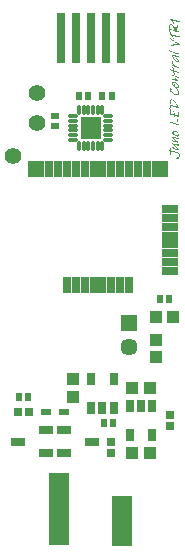
<source format=gts>
G04*
G04 #@! TF.GenerationSoftware,Altium Limited,Altium Designer,18.1.6 (161)*
G04*
G04 Layer_Color=8388736*
%FSLAX24Y24*%
%MOIN*%
G70*
G01*
G75*
%ADD32R,0.0316X0.1655*%
%ADD33R,0.0395X0.0395*%
%ADD34O,0.0316X0.0159*%
%ADD35O,0.0159X0.0316*%
%ADD36R,0.0686X0.0749*%
%ADD37R,0.0277X0.0237*%
%ADD38R,0.0237X0.0277*%
%ADD39R,0.0277X0.0552*%
%ADD40R,0.0552X0.0277*%
%ADD41R,0.0395X0.0395*%
%ADD42R,0.0474X0.0316*%
%ADD43R,0.0671X0.1655*%
%ADD44R,0.0671X0.2442*%
%ADD45R,0.0297X0.0297*%
%ADD46R,0.0336X0.0237*%
%ADD47R,0.0297X0.0297*%
%ADD48R,0.0297X0.0415*%
%ADD49C,0.0552*%
%ADD50R,0.0572X0.0572*%
%ADD51C,0.0572*%
%ADD52C,0.0237*%
G36*
X2670Y17528D02*
X2671D01*
X2671Y17527D01*
X2674Y17525D01*
X2679Y17522D01*
X2684Y17517D01*
X2685D01*
X2686D01*
X2688Y17517D01*
X2691Y17516D01*
X2697Y17514D01*
X2705Y17512D01*
X2706D01*
X2707Y17512D01*
X2709Y17511D01*
X2711Y17511D01*
X2714Y17509D01*
X2718Y17508D01*
X2723Y17507D01*
X2729Y17506D01*
X2736Y17503D01*
X2743Y17502D01*
X2752Y17499D01*
X2762Y17496D01*
X2773Y17494D01*
X2784Y17490D01*
X2797Y17487D01*
X2811Y17483D01*
X2812D01*
X2815Y17482D01*
X2819Y17481D01*
X2824Y17480D01*
X2831Y17478D01*
X2838Y17477D01*
X2845Y17475D01*
X2853Y17472D01*
X2871Y17468D01*
X2888Y17464D01*
X2896Y17462D01*
X2903Y17460D01*
X2910Y17459D01*
X2915Y17458D01*
X2916D01*
X2917Y17457D01*
X2920D01*
X2923Y17457D01*
X2928Y17456D01*
X2934Y17455D01*
X2941Y17454D01*
X2949Y17453D01*
X2950D01*
X2952D01*
X2957Y17453D01*
X2962Y17452D01*
X2963D01*
X2964D01*
X2966Y17452D01*
X2970Y17451D01*
X2972Y17451D01*
X2973Y17450D01*
X2974D01*
X2974Y17449D01*
X2977Y17448D01*
X2980Y17446D01*
X2982Y17444D01*
X2984Y17441D01*
X2986Y17438D01*
Y17437D01*
X2987Y17436D01*
X2988Y17435D01*
X2989Y17433D01*
X2991Y17427D01*
X2992Y17423D01*
X2992Y17420D01*
Y17419D01*
X2991Y17416D01*
X2989Y17414D01*
X2988Y17413D01*
X2985Y17412D01*
X2982Y17411D01*
X2981D01*
X2980D01*
X2978Y17411D01*
X2975D01*
X2972D01*
X2968D01*
X2959Y17412D01*
X2959D01*
X2957Y17412D01*
X2954Y17413D01*
X2950Y17413D01*
X2945Y17414D01*
X2939Y17416D01*
X2931Y17418D01*
X2922Y17419D01*
X2912Y17422D01*
X2901Y17424D01*
X2888Y17428D01*
X2875Y17431D01*
X2859Y17435D01*
X2844Y17439D01*
X2826Y17444D01*
X2807Y17449D01*
X2713Y17476D01*
X2713Y17475D01*
X2714Y17474D01*
X2716Y17472D01*
X2719Y17469D01*
X2721Y17465D01*
X2725Y17460D01*
X2729Y17455D01*
X2733Y17449D01*
X2738Y17443D01*
X2743Y17436D01*
X2753Y17421D01*
X2763Y17404D01*
X2773Y17386D01*
X2774Y17386D01*
X2774Y17384D01*
X2775Y17382D01*
X2776Y17378D01*
X2779Y17372D01*
X2780Y17369D01*
X2780Y17367D01*
Y17366D01*
X2780Y17363D01*
X2779Y17360D01*
X2776Y17357D01*
X2775Y17357D01*
X2773Y17356D01*
X2770Y17356D01*
X2767Y17356D01*
X2766D01*
X2765Y17357D01*
X2763Y17358D01*
X2762Y17359D01*
X2759Y17362D01*
X2756Y17365D01*
X2754Y17370D01*
X2750Y17375D01*
Y17376D01*
X2750Y17376D01*
X2749Y17378D01*
X2748Y17380D01*
X2744Y17386D01*
X2740Y17392D01*
X2736Y17400D01*
X2730Y17409D01*
X2717Y17428D01*
Y17429D01*
X2717Y17429D01*
X2714Y17433D01*
X2711Y17437D01*
X2706Y17445D01*
X2701Y17452D01*
X2694Y17461D01*
X2687Y17471D01*
X2679Y17482D01*
X2676Y17485D01*
X2670Y17487D01*
X2666Y17489D01*
X2665Y17489D01*
X2662Y17490D01*
X2660Y17492D01*
X2658Y17494D01*
X2657Y17495D01*
X2657Y17496D01*
X2656Y17497D01*
X2656Y17499D01*
Y17500D01*
X2655Y17501D01*
X2655Y17504D01*
Y17511D01*
X2655Y17513D01*
X2656Y17519D01*
X2659Y17524D01*
Y17524D01*
X2659Y17525D01*
X2661Y17526D01*
X2665Y17528D01*
X2667D01*
X2670Y17528D01*
D02*
G37*
G36*
X2683Y17359D02*
X2692Y17357D01*
X2692D01*
X2693Y17357D01*
X2695Y17356D01*
X2697Y17355D01*
X2703Y17353D01*
X2710Y17349D01*
X2719Y17344D01*
X2727Y17338D01*
X2737Y17330D01*
X2745Y17321D01*
Y17321D01*
X2746Y17320D01*
X2749Y17317D01*
X2753Y17311D01*
X2758Y17304D01*
X2764Y17295D01*
X2770Y17286D01*
X2777Y17274D01*
X2783Y17262D01*
Y17262D01*
X2784Y17261D01*
X2785Y17259D01*
X2786Y17256D01*
X2787Y17253D01*
X2789Y17249D01*
X2791Y17244D01*
X2793Y17239D01*
X2796Y17233D01*
X2799Y17226D01*
X2802Y17218D01*
X2805Y17211D01*
X2808Y17203D01*
X2811Y17193D01*
X2819Y17174D01*
Y17174D01*
X2820Y17172D01*
X2821Y17169D01*
X2822Y17166D01*
X2823Y17162D01*
X2825Y17157D01*
X2829Y17147D01*
Y17146D01*
X2829Y17145D01*
X2831Y17143D01*
X2831Y17140D01*
X2832Y17137D01*
X2833Y17140D01*
X2834Y17144D01*
X2835Y17149D01*
X2837Y17154D01*
X2838Y17160D01*
X2842Y17174D01*
X2846Y17188D01*
X2851Y17204D01*
X2856Y17221D01*
X2859Y17231D01*
Y17232D01*
X2860Y17233D01*
X2861Y17235D01*
X2862Y17238D01*
X2863Y17242D01*
X2865Y17246D01*
X2868Y17256D01*
X2872Y17267D01*
X2876Y17278D01*
X2880Y17289D01*
X2884Y17298D01*
X2885Y17299D01*
X2886Y17302D01*
X2887Y17305D01*
X2889Y17309D01*
X2892Y17313D01*
X2895Y17316D01*
X2898Y17318D01*
X2900Y17318D01*
X2901Y17318D01*
X2902D01*
X2903Y17317D01*
X2904Y17317D01*
X2906Y17316D01*
X2909Y17314D01*
X2912Y17312D01*
X2915Y17310D01*
X2918Y17306D01*
X2919Y17306D01*
X2920Y17305D01*
X2922Y17303D01*
X2923Y17301D01*
X2927Y17295D01*
X2928Y17293D01*
X2928Y17289D01*
Y17286D01*
X2928Y17283D01*
X2927Y17280D01*
X2926Y17279D01*
X2925Y17277D01*
X2922Y17273D01*
X2918Y17268D01*
X2918Y17267D01*
X2916Y17263D01*
X2912Y17258D01*
X2909Y17251D01*
X2904Y17242D01*
X2898Y17231D01*
X2892Y17218D01*
X2886Y17204D01*
X2886Y17203D01*
X2885Y17200D01*
X2883Y17197D01*
X2882Y17191D01*
X2880Y17185D01*
X2877Y17178D01*
X2874Y17169D01*
X2871Y17160D01*
X2871Y17158D01*
X2870Y17156D01*
X2869Y17151D01*
X2867Y17146D01*
X2864Y17134D01*
X2862Y17129D01*
X2861Y17125D01*
X2916Y17109D01*
X2916D01*
X2918Y17108D01*
X2920Y17108D01*
X2923Y17107D01*
X2929Y17105D01*
X2936Y17105D01*
X2937D01*
X2938D01*
X2941D01*
X2945Y17104D01*
X2947Y17104D01*
X2948D01*
X2948Y17103D01*
X2952Y17102D01*
X2956Y17098D01*
X2958Y17096D01*
X2959Y17092D01*
Y17092D01*
X2960Y17091D01*
X2961Y17090D01*
X2962Y17087D01*
X2964Y17083D01*
X2964Y17077D01*
Y17075D01*
X2964Y17074D01*
X2963Y17072D01*
X2961Y17070D01*
X2958Y17069D01*
X2955Y17068D01*
X2950D01*
X2949D01*
X2946Y17069D01*
X2945D01*
X2942Y17069D01*
X2941D01*
X2941Y17070D01*
X2939D01*
X2936Y17071D01*
X2934Y17072D01*
X2930Y17073D01*
X2926Y17074D01*
X2921Y17076D01*
X2920D01*
X2919Y17077D01*
X2916Y17078D01*
X2913Y17079D01*
X2908Y17080D01*
X2901Y17082D01*
X2894Y17084D01*
X2884Y17087D01*
X2883D01*
X2882Y17087D01*
X2880Y17088D01*
X2877Y17089D01*
X2871Y17091D01*
X2864Y17092D01*
X2864D01*
X2863Y17093D01*
X2861Y17093D01*
X2859Y17094D01*
X2855Y17096D01*
X2850Y17097D01*
X2850D01*
X2849Y17096D01*
X2848Y17095D01*
X2847D01*
X2846Y17095D01*
X2844Y17094D01*
X2841Y17093D01*
X2840D01*
X2838D01*
X2835D01*
X2832Y17094D01*
X2831D01*
X2829Y17095D01*
X2826Y17095D01*
X2823Y17096D01*
X2822Y17096D01*
X2821Y17097D01*
X2819Y17098D01*
X2816Y17101D01*
X2816Y17101D01*
X2815Y17103D01*
X2812Y17107D01*
X2811D01*
X2811Y17108D01*
X2809Y17108D01*
X2807Y17109D01*
X2801Y17110D01*
X2794Y17113D01*
X2785Y17116D01*
X2775Y17119D01*
X2764Y17122D01*
X2753Y17126D01*
X2730Y17133D01*
X2719Y17137D01*
X2709Y17140D01*
X2699Y17143D01*
X2691Y17146D01*
X2685Y17148D01*
X2683Y17149D01*
X2681Y17149D01*
X2680D01*
X2678Y17150D01*
X2675Y17151D01*
X2672Y17152D01*
X2667Y17154D01*
X2663Y17155D01*
X2653Y17159D01*
X2653D01*
X2651Y17160D01*
X2649Y17161D01*
X2647Y17161D01*
X2645Y17162D01*
X2643Y17163D01*
X2642Y17163D01*
X2642Y17162D01*
X2643Y17160D01*
X2643Y17156D01*
X2644Y17151D01*
Y17149D01*
X2644Y17146D01*
X2645Y17143D01*
X2646Y17136D01*
X2647Y17132D01*
X2647Y17129D01*
Y17129D01*
X2648Y17128D01*
Y17126D01*
X2648Y17124D01*
X2650Y17118D01*
X2651Y17111D01*
X2654Y17103D01*
X2656Y17094D01*
X2658Y17086D01*
X2661Y17079D01*
Y17078D01*
X2662Y17076D01*
X2663Y17073D01*
X2665Y17068D01*
X2667Y17063D01*
X2669Y17057D01*
X2674Y17045D01*
X2675Y17044D01*
X2676Y17042D01*
X2678Y17038D01*
X2679Y17034D01*
Y17033D01*
X2680Y17031D01*
X2680Y17028D01*
X2681Y17024D01*
Y17023D01*
X2680Y17021D01*
X2679Y17018D01*
X2676Y17016D01*
X2679Y17014D01*
X2684Y17009D01*
X2685D01*
X2686D01*
X2688Y17008D01*
X2691Y17008D01*
X2697Y17006D01*
X2705Y17004D01*
X2706D01*
X2707Y17003D01*
X2709Y17003D01*
X2711Y17002D01*
X2714Y17001D01*
X2718Y17000D01*
X2723Y16999D01*
X2729Y16997D01*
X2736Y16995D01*
X2743Y16994D01*
X2752Y16991D01*
X2762Y16988D01*
X2773Y16985D01*
X2784Y16982D01*
X2797Y16979D01*
X2811Y16975D01*
X2812D01*
X2815Y16974D01*
X2819Y16973D01*
X2824Y16972D01*
X2831Y16970D01*
X2838Y16968D01*
X2845Y16966D01*
X2853Y16964D01*
X2871Y16960D01*
X2888Y16955D01*
X2896Y16954D01*
X2903Y16952D01*
X2910Y16950D01*
X2915Y16949D01*
X2916D01*
X2917Y16949D01*
X2920D01*
X2923Y16948D01*
X2928Y16948D01*
X2934Y16947D01*
X2941Y16946D01*
X2949Y16945D01*
X2950D01*
X2952D01*
X2957Y16944D01*
X2962Y16944D01*
X2963D01*
X2964D01*
X2966Y16943D01*
X2970Y16943D01*
X2972Y16942D01*
X2973Y16942D01*
X2974D01*
X2974Y16941D01*
X2977Y16939D01*
X2980Y16938D01*
X2982Y16936D01*
X2984Y16933D01*
X2986Y16930D01*
Y16929D01*
X2987Y16928D01*
X2988Y16926D01*
X2989Y16924D01*
X2991Y16918D01*
X2992Y16915D01*
X2992Y16912D01*
Y16911D01*
X2991Y16908D01*
X2989Y16906D01*
X2988Y16905D01*
X2985Y16904D01*
X2982Y16903D01*
X2981D01*
X2980D01*
X2978Y16902D01*
X2975D01*
X2972D01*
X2968D01*
X2959Y16903D01*
X2959D01*
X2957Y16904D01*
X2954Y16905D01*
X2950Y16905D01*
X2945Y16906D01*
X2939Y16908D01*
X2931Y16909D01*
X2922Y16911D01*
X2912Y16913D01*
X2901Y16916D01*
X2888Y16919D01*
X2875Y16923D01*
X2859Y16926D01*
X2844Y16931D01*
X2826Y16936D01*
X2807Y16941D01*
X2713Y16967D01*
X2713Y16967D01*
X2714Y16966D01*
X2716Y16963D01*
X2719Y16960D01*
X2721Y16956D01*
X2725Y16952D01*
X2729Y16947D01*
X2733Y16941D01*
X2738Y16935D01*
X2743Y16927D01*
X2753Y16912D01*
X2763Y16896D01*
X2773Y16878D01*
X2774Y16877D01*
X2774Y16876D01*
X2775Y16873D01*
X2776Y16870D01*
X2779Y16864D01*
X2780Y16861D01*
X2780Y16859D01*
Y16858D01*
X2780Y16855D01*
X2779Y16852D01*
X2776Y16849D01*
X2775Y16848D01*
X2773Y16848D01*
X2770Y16847D01*
X2767Y16848D01*
X2766D01*
X2765Y16848D01*
X2763Y16849D01*
X2762Y16851D01*
X2759Y16854D01*
X2756Y16857D01*
X2754Y16861D01*
X2750Y16867D01*
Y16867D01*
X2750Y16868D01*
X2749Y16870D01*
X2748Y16872D01*
X2744Y16877D01*
X2740Y16884D01*
X2736Y16892D01*
X2730Y16901D01*
X2717Y16920D01*
Y16920D01*
X2717Y16921D01*
X2714Y16924D01*
X2711Y16929D01*
X2706Y16936D01*
X2701Y16944D01*
X2694Y16953D01*
X2687Y16963D01*
X2679Y16973D01*
X2676Y16977D01*
X2670Y16979D01*
X2666Y16980D01*
X2665Y16981D01*
X2662Y16982D01*
X2660Y16984D01*
X2658Y16986D01*
X2657Y16986D01*
X2657Y16988D01*
X2656Y16989D01*
X2656Y16991D01*
Y16991D01*
X2655Y16993D01*
X2655Y16996D01*
Y17003D01*
X2655Y17005D01*
X2656Y17010D01*
X2659Y17015D01*
Y17016D01*
X2659Y17016D01*
X2661Y17018D01*
X2660Y17019D01*
X2657Y17022D01*
X2653Y17027D01*
X2651Y17030D01*
X2649Y17034D01*
X2647Y17038D01*
X2644Y17043D01*
X2642Y17049D01*
X2640Y17055D01*
Y17056D01*
X2639Y17057D01*
X2639Y17059D01*
X2638Y17061D01*
X2637Y17065D01*
X2636Y17069D01*
X2634Y17073D01*
X2633Y17078D01*
X2630Y17089D01*
X2626Y17102D01*
X2623Y17115D01*
X2620Y17129D01*
Y17131D01*
X2620Y17133D01*
X2619Y17138D01*
X2618Y17144D01*
X2616Y17151D01*
X2615Y17161D01*
X2614Y17170D01*
X2613Y17182D01*
Y17184D01*
X2613Y17185D01*
Y17187D01*
X2612Y17193D01*
X2612Y17202D01*
X2611Y17210D01*
X2610Y17220D01*
X2610Y17230D01*
Y17248D01*
X2610Y17252D01*
Y17256D01*
X2611Y17267D01*
X2613Y17279D01*
X2614Y17291D01*
X2617Y17303D01*
X2620Y17315D01*
Y17315D01*
X2621Y17316D01*
X2621Y17317D01*
X2622Y17319D01*
X2625Y17324D01*
X2627Y17330D01*
X2632Y17338D01*
X2637Y17344D01*
X2643Y17350D01*
X2649Y17354D01*
X2650Y17355D01*
X2653Y17356D01*
X2656Y17358D01*
X2661Y17359D01*
X2668Y17360D01*
X2675Y17360D01*
X2683Y17359D01*
D02*
G37*
G36*
X2651Y16887D02*
X2654Y16885D01*
X2655Y16883D01*
X2657Y16881D01*
X2659Y16878D01*
X2662Y16875D01*
X2662Y16875D01*
X2663Y16873D01*
X2665Y16871D01*
X2666Y16869D01*
X2672Y16862D01*
X2679Y16856D01*
X2680Y16855D01*
X2681Y16854D01*
X2684Y16852D01*
X2688Y16849D01*
X2693Y16846D01*
X2698Y16842D01*
X2705Y16837D01*
X2713Y16832D01*
X2714Y16832D01*
X2717Y16830D01*
X2722Y16826D01*
X2729Y16822D01*
X2738Y16816D01*
X2750Y16809D01*
X2763Y16801D01*
X2779Y16791D01*
X2827Y16761D01*
X2828Y16761D01*
X2831Y16759D01*
X2834Y16757D01*
X2840Y16753D01*
X2847Y16749D01*
X2855Y16745D01*
X2863Y16740D01*
X2873Y16734D01*
X2892Y16723D01*
X2911Y16711D01*
X2921Y16706D01*
X2930Y16701D01*
X2938Y16696D01*
X2945Y16693D01*
X2946D01*
X2946Y16692D01*
X2950Y16689D01*
X2955Y16685D01*
X2960Y16678D01*
Y16678D01*
X2961Y16677D01*
X2962Y16675D01*
X2963Y16672D01*
X2964Y16669D01*
X2965Y16665D01*
X2966Y16660D01*
X2966Y16655D01*
X2966Y16654D01*
X2964Y16653D01*
X2961Y16652D01*
X2959Y16651D01*
X2956Y16650D01*
X2953Y16650D01*
X2948Y16648D01*
X2944Y16648D01*
X2938Y16647D01*
X2932Y16646D01*
X2924Y16646D01*
X2924D01*
X2922D01*
X2920Y16645D01*
X2917D01*
X2912Y16645D01*
X2907D01*
X2901Y16644D01*
X2895Y16644D01*
X2887Y16643D01*
X2879Y16642D01*
X2870Y16641D01*
X2861Y16641D01*
X2850Y16640D01*
X2839Y16639D01*
X2827Y16639D01*
X2815Y16638D01*
X2815D01*
X2814D01*
X2812Y16637D01*
X2809D01*
X2806Y16636D01*
X2803Y16636D01*
X2794Y16635D01*
X2784Y16633D01*
X2772Y16632D01*
X2760Y16629D01*
X2748Y16627D01*
X2747D01*
X2746D01*
X2744Y16627D01*
X2742Y16626D01*
X2737Y16625D01*
X2730Y16624D01*
X2723Y16622D01*
X2717Y16621D01*
X2712Y16620D01*
X2710Y16618D01*
X2709Y16618D01*
X2709Y16617D01*
X2708Y16617D01*
X2707Y16616D01*
X2704Y16615D01*
X2702Y16614D01*
X2699Y16614D01*
X2696D01*
X2692Y16614D01*
X2691Y16615D01*
X2689Y16616D01*
X2687Y16617D01*
X2685Y16620D01*
X2683Y16622D01*
X2681Y16626D01*
X2680Y16626D01*
X2680Y16627D01*
X2679Y16629D01*
X2677Y16632D01*
X2675Y16638D01*
X2674Y16641D01*
X2674Y16645D01*
Y16648D01*
X2675Y16651D01*
X2676Y16652D01*
X2677Y16653D01*
X2678Y16653D01*
X2680Y16655D01*
X2684Y16656D01*
X2684D01*
X2685Y16657D01*
X2688Y16657D01*
X2692Y16658D01*
X2697Y16659D01*
X2704Y16660D01*
X2713Y16662D01*
X2723Y16663D01*
X2724D01*
X2725D01*
X2726Y16664D01*
X2729D01*
X2732Y16664D01*
X2735Y16665D01*
X2743Y16666D01*
X2752Y16666D01*
X2763Y16668D01*
X2775Y16669D01*
X2787Y16670D01*
X2887Y16675D01*
X2887D01*
X2888D01*
X2890Y16675D01*
X2893D01*
X2899Y16676D01*
X2906Y16677D01*
X2913D01*
X2920D01*
X2922Y16676D01*
X2921Y16677D01*
X2916Y16679D01*
X2910Y16682D01*
X2906Y16684D01*
X2901Y16687D01*
X2896Y16690D01*
X2891Y16693D01*
X2890D01*
X2889Y16694D01*
X2887Y16695D01*
X2885Y16696D01*
X2882Y16699D01*
X2878Y16701D01*
X2874Y16703D01*
X2869Y16706D01*
X2858Y16712D01*
X2845Y16720D01*
X2831Y16729D01*
X2815Y16738D01*
X2814Y16739D01*
X2812Y16740D01*
X2809Y16741D01*
X2804Y16744D01*
X2799Y16747D01*
X2793Y16751D01*
X2787Y16755D01*
X2780Y16759D01*
X2764Y16769D01*
X2749Y16778D01*
X2733Y16788D01*
X2726Y16792D01*
X2719Y16796D01*
X2719D01*
X2717Y16798D01*
X2716Y16799D01*
X2714Y16800D01*
X2707Y16804D01*
X2699Y16810D01*
X2690Y16815D01*
X2681Y16822D01*
X2672Y16828D01*
X2663Y16834D01*
X2662Y16835D01*
X2660Y16837D01*
X2657Y16839D01*
X2653Y16843D01*
X2644Y16850D01*
X2641Y16854D01*
X2637Y16858D01*
X2637Y16858D01*
X2636Y16859D01*
X2635Y16861D01*
X2633Y16864D01*
X2631Y16870D01*
X2630Y16873D01*
X2630Y16877D01*
Y16878D01*
X2631Y16879D01*
X2632Y16881D01*
X2633Y16882D01*
X2636Y16884D01*
X2639Y16885D01*
X2639D01*
X2641Y16885D01*
X2644Y16887D01*
X2648Y16887D01*
X2651D01*
X2651Y16887D01*
D02*
G37*
G36*
X2609Y16481D02*
X2615Y16480D01*
X2622Y16477D01*
X2623D01*
X2624Y16476D01*
X2625Y16476D01*
X2626D01*
X2627Y16475D01*
X2630Y16474D01*
X2634Y16473D01*
X2634D01*
X2636Y16472D01*
X2637Y16472D01*
X2639Y16470D01*
X2643Y16469D01*
X2646Y16468D01*
X2650Y16466D01*
X2655Y16464D01*
X2666Y16460D01*
X2679Y16455D01*
X2693Y16449D01*
X2710Y16443D01*
X2728Y16436D01*
X2746Y16428D01*
X2767Y16421D01*
X2787Y16414D01*
X2809Y16405D01*
X2830Y16398D01*
X2874Y16383D01*
X2875D01*
X2877Y16382D01*
X2880Y16381D01*
X2883Y16380D01*
X2888Y16379D01*
X2893Y16379D01*
X2899D01*
X2905D01*
X2906D01*
X2908D01*
X2911Y16379D01*
X2914D01*
X2917D01*
X2920D01*
X2922D01*
X2923D01*
X2924D01*
X2924Y16379D01*
X2928Y16377D01*
X2932Y16373D01*
X2934Y16371D01*
X2935Y16367D01*
Y16367D01*
X2936Y16366D01*
X2936Y16364D01*
X2937Y16362D01*
X2938Y16356D01*
X2939Y16350D01*
Y16348D01*
X2938Y16347D01*
X2937Y16345D01*
X2935Y16343D01*
X2933Y16342D01*
X2929Y16341D01*
X2924Y16340D01*
X2923D01*
X2921D01*
X2917Y16341D01*
X2912Y16341D01*
X2906Y16342D01*
X2899Y16344D01*
X2890Y16346D01*
X2880Y16349D01*
X2880D01*
X2878Y16350D01*
X2875Y16351D01*
X2871Y16353D01*
X2865Y16354D01*
X2859Y16356D01*
X2852Y16359D01*
X2844Y16362D01*
X2835Y16365D01*
X2826Y16368D01*
X2815Y16372D01*
X2804Y16376D01*
X2792Y16380D01*
X2780Y16385D01*
X2767Y16389D01*
X2753Y16394D01*
X2752Y16395D01*
X2750Y16395D01*
X2746Y16397D01*
X2740Y16398D01*
X2734Y16401D01*
X2727Y16403D01*
X2719Y16406D01*
X2711Y16409D01*
X2692Y16416D01*
X2674Y16422D01*
X2656Y16429D01*
X2648Y16432D01*
X2640Y16435D01*
X2639D01*
X2638Y16436D01*
X2634Y16437D01*
X2631Y16439D01*
X2627Y16441D01*
X2622Y16443D01*
X2613Y16450D01*
X2612Y16450D01*
X2610Y16451D01*
X2608Y16454D01*
X2606Y16456D01*
X2603Y16460D01*
X2601Y16464D01*
X2600Y16469D01*
X2599Y16474D01*
Y16475D01*
X2600Y16478D01*
X2602Y16480D01*
X2603Y16481D01*
X2605D01*
X2606D01*
X2608D01*
X2609Y16481D01*
D02*
G37*
G36*
X2743Y16326D02*
X2748Y16325D01*
X2748D01*
X2750Y16324D01*
X2753Y16322D01*
X2756Y16321D01*
X2764Y16316D01*
X2767Y16313D01*
X2770Y16309D01*
X2768Y16312D01*
Y16314D01*
X2769Y16315D01*
X2770Y16317D01*
X2773Y16318D01*
X2775Y16319D01*
X2780D01*
X2785Y16318D01*
X2786D01*
X2787Y16318D01*
X2788Y16317D01*
X2792Y16316D01*
X2796Y16315D01*
X2801Y16313D01*
X2808Y16311D01*
X2816Y16309D01*
X2817Y16308D01*
X2820Y16308D01*
X2824Y16306D01*
X2829Y16304D01*
X2835Y16303D01*
X2841Y16301D01*
X2847Y16299D01*
X2853Y16297D01*
X2854D01*
X2856Y16296D01*
X2859Y16295D01*
X2863Y16294D01*
X2868Y16292D01*
X2873Y16291D01*
X2883Y16288D01*
X2884D01*
X2886Y16287D01*
X2888Y16286D01*
X2892Y16285D01*
X2899Y16283D01*
X2902Y16282D01*
X2905Y16281D01*
X2906D01*
X2907D01*
X2909Y16282D01*
X2912Y16283D01*
X2912Y16283D01*
X2914Y16284D01*
X2916Y16284D01*
X2919Y16284D01*
X2920D01*
X2920Y16283D01*
X2923Y16282D01*
X2929Y16278D01*
X2932Y16276D01*
X2935Y16272D01*
X2935Y16272D01*
X2936Y16271D01*
X2938Y16269D01*
X2939Y16267D01*
X2942Y16262D01*
X2943Y16259D01*
X2944Y16256D01*
Y16255D01*
X2943Y16253D01*
X2942Y16250D01*
X2941Y16248D01*
X2939Y16246D01*
X2936Y16245D01*
X2932Y16244D01*
X2932D01*
X2930D01*
X2928D01*
X2924D01*
X2921Y16244D01*
X2916Y16245D01*
X2911Y16246D01*
X2906Y16248D01*
X2906D01*
X2904Y16249D01*
X2902Y16249D01*
X2900Y16250D01*
X2897Y16251D01*
X2894Y16252D01*
X2889Y16254D01*
X2885Y16255D01*
X2880Y16258D01*
X2873Y16260D01*
X2866Y16262D01*
X2858Y16265D01*
X2849Y16268D01*
X2839Y16272D01*
X2821Y16278D01*
X2821D01*
X2820Y16279D01*
X2817Y16280D01*
X2814Y16282D01*
X2812Y16282D01*
X2811Y16283D01*
X2811Y16282D01*
X2812Y16282D01*
X2814Y16280D01*
X2816Y16278D01*
X2823Y16272D01*
X2831Y16265D01*
X2840Y16256D01*
X2850Y16247D01*
X2860Y16236D01*
X2870Y16226D01*
X2871Y16225D01*
X2871Y16225D01*
X2873Y16223D01*
X2875Y16221D01*
X2880Y16215D01*
X2887Y16207D01*
X2894Y16198D01*
X2903Y16187D01*
X2912Y16175D01*
X2921Y16161D01*
Y16160D01*
X2922Y16159D01*
X2923Y16157D01*
X2924Y16155D01*
X2926Y16152D01*
X2928Y16148D01*
X2932Y16138D01*
X2936Y16128D01*
X2940Y16116D01*
X2943Y16104D01*
X2944Y16098D01*
X2944Y16092D01*
Y16089D01*
X2944Y16086D01*
X2943Y16082D01*
X2941Y16078D01*
X2940Y16074D01*
X2937Y16071D01*
X2934Y16068D01*
X2933D01*
X2932Y16068D01*
X2929Y16066D01*
X2927Y16066D01*
X2922D01*
X2918D01*
X2912Y16067D01*
X2906Y16069D01*
X2905Y16069D01*
X2903Y16070D01*
X2898Y16072D01*
X2892Y16076D01*
X2885Y16080D01*
X2876Y16086D01*
X2865Y16094D01*
X2854Y16104D01*
X2853Y16104D01*
X2852Y16105D01*
X2851Y16106D01*
X2848Y16108D01*
X2845Y16111D01*
X2841Y16114D01*
X2833Y16123D01*
X2823Y16132D01*
X2811Y16143D01*
X2799Y16156D01*
X2787Y16170D01*
X2786Y16170D01*
X2785Y16171D01*
X2784Y16173D01*
X2781Y16176D01*
X2778Y16179D01*
X2775Y16183D01*
X2767Y16193D01*
X2758Y16204D01*
X2749Y16216D01*
X2740Y16229D01*
X2731Y16242D01*
X2731Y16243D01*
X2729Y16246D01*
X2726Y16249D01*
X2723Y16255D01*
X2720Y16260D01*
X2717Y16266D01*
X2714Y16272D01*
X2712Y16277D01*
Y16278D01*
X2711Y16279D01*
X2710Y16282D01*
X2709Y16285D01*
X2708Y16292D01*
X2707Y16300D01*
Y16303D01*
X2707Y16305D01*
X2709Y16310D01*
X2712Y16315D01*
Y16316D01*
X2713Y16316D01*
X2716Y16319D01*
X2720Y16322D01*
X2726Y16325D01*
X2727D01*
X2728Y16326D01*
X2730Y16326D01*
X2732D01*
X2736D01*
X2739D01*
X2743Y16326D01*
D02*
G37*
G36*
X2737Y16107D02*
X2740Y16107D01*
X2741Y16106D01*
X2744Y16105D01*
X2746Y16103D01*
X2748Y16101D01*
X2750Y16098D01*
X2753Y16095D01*
Y16094D01*
X2754Y16093D01*
X2755Y16092D01*
X2756Y16089D01*
X2758Y16084D01*
X2759Y16082D01*
X2760Y16080D01*
Y16078D01*
X2759Y16076D01*
X2758Y16074D01*
X2756Y16071D01*
X2756Y16071D01*
X2754Y16070D01*
X2751Y16068D01*
X2747Y16066D01*
X2746D01*
X2744Y16065D01*
X2743Y16064D01*
X2740Y16062D01*
X2740Y16061D01*
X2739Y16059D01*
X2738Y16057D01*
X2738Y16054D01*
Y16053D01*
X2738Y16052D01*
X2739Y16049D01*
X2742Y16045D01*
X2746Y16039D01*
X2749Y16035D01*
X2752Y16031D01*
X2756Y16027D01*
X2761Y16021D01*
X2766Y16016D01*
X2772Y16010D01*
X2773Y16009D01*
X2774Y16008D01*
X2775Y16006D01*
X2778Y16004D01*
X2781Y16000D01*
X2786Y15997D01*
X2790Y15993D01*
X2796Y15988D01*
X2802Y15982D01*
X2808Y15977D01*
X2815Y15971D01*
X2823Y15964D01*
X2840Y15951D01*
X2859Y15936D01*
X2860D01*
X2861Y15936D01*
X2863Y15935D01*
X2866Y15934D01*
X2869Y15933D01*
X2874Y15932D01*
X2879Y15930D01*
X2885Y15929D01*
X2886D01*
X2888Y15928D01*
X2891Y15927D01*
X2894Y15927D01*
X2902Y15924D01*
X2906Y15923D01*
X2909Y15922D01*
X2929Y15917D01*
X2929D01*
X2930Y15917D01*
X2933Y15915D01*
X2938Y15912D01*
X2942Y15909D01*
X2944Y15908D01*
X2946Y15904D01*
X2948Y15899D01*
X2948Y15896D01*
X2949Y15892D01*
Y15892D01*
X2948Y15891D01*
X2948Y15888D01*
X2946Y15887D01*
X2944Y15885D01*
X2939Y15884D01*
X2934D01*
X2926Y15885D01*
X2926D01*
X2925Y15886D01*
X2922Y15886D01*
X2916Y15888D01*
X2909Y15890D01*
X2900Y15892D01*
X2889Y15896D01*
X2876Y15899D01*
X2862Y15904D01*
X2861D01*
X2860Y15905D01*
X2857Y15905D01*
X2855Y15906D01*
X2850Y15908D01*
X2845Y15909D01*
X2839Y15911D01*
X2833Y15913D01*
X2832Y15914D01*
X2829Y15914D01*
X2825Y15916D01*
X2820Y15917D01*
X2812Y15920D01*
X2805Y15922D01*
X2796Y15925D01*
X2786Y15928D01*
X2786D01*
X2785Y15928D01*
X2782Y15929D01*
X2780Y15930D01*
X2776Y15931D01*
X2773Y15932D01*
X2764Y15935D01*
X2755Y15938D01*
X2745Y15941D01*
X2737Y15944D01*
X2729Y15946D01*
X2728D01*
X2727Y15947D01*
X2724Y15949D01*
X2721Y15951D01*
X2719Y15954D01*
X2716Y15958D01*
X2714Y15963D01*
X2714Y15969D01*
Y15971D01*
X2715Y15975D01*
X2716Y15977D01*
X2717Y15979D01*
X2720Y15980D01*
X2722D01*
X2723D01*
X2724D01*
X2726Y15980D01*
X2729Y15979D01*
X2733Y15978D01*
X2738Y15977D01*
X2744Y15975D01*
X2751Y15973D01*
X2818Y15950D01*
X2817Y15951D01*
X2815Y15952D01*
X2808Y15956D01*
X2800Y15960D01*
X2791Y15966D01*
X2781Y15973D01*
X2771Y15981D01*
X2761Y15991D01*
X2760Y15991D01*
X2760Y15992D01*
X2756Y15995D01*
X2751Y16000D01*
X2745Y16006D01*
X2739Y16013D01*
X2732Y16021D01*
X2726Y16029D01*
X2720Y16037D01*
X2719Y16039D01*
X2717Y16041D01*
X2715Y16045D01*
X2712Y16050D01*
X2710Y16056D01*
X2707Y16062D01*
X2705Y16068D01*
X2705Y16074D01*
Y16078D01*
X2705Y16081D01*
X2707Y16087D01*
X2710Y16094D01*
Y16094D01*
X2711Y16095D01*
X2714Y16099D01*
X2718Y16102D01*
X2723Y16106D01*
X2724D01*
X2725Y16106D01*
X2727Y16107D01*
X2728Y16107D01*
X2734Y16108D01*
X2737Y16107D01*
D02*
G37*
G36*
X2743Y15917D02*
X2744D01*
X2745Y15916D01*
X2747Y15915D01*
X2749Y15914D01*
X2751Y15912D01*
X2754Y15909D01*
X2757Y15906D01*
X2759Y15903D01*
Y15902D01*
X2760Y15901D01*
X2761Y15898D01*
X2762Y15896D01*
X2763Y15891D01*
X2764Y15886D01*
X2766Y15880D01*
X2767Y15874D01*
Y15873D01*
X2767Y15871D01*
Y15869D01*
X2768Y15867D01*
X2768Y15863D01*
X2769Y15859D01*
X2770Y15850D01*
X2772Y15840D01*
X2773Y15831D01*
X2774Y15827D01*
X2774Y15823D01*
Y15820D01*
X2775Y15818D01*
X2779Y15795D01*
X2780Y15794D01*
X2783Y15793D01*
X2788Y15792D01*
X2794Y15790D01*
X2801Y15787D01*
X2809Y15785D01*
X2818Y15782D01*
X2827Y15779D01*
X2828Y15778D01*
X2832Y15778D01*
X2836Y15776D01*
X2843Y15774D01*
X2849Y15772D01*
X2857Y15770D01*
X2873Y15766D01*
X2873D01*
X2874Y15765D01*
X2877Y15764D01*
X2882Y15763D01*
X2888Y15762D01*
X2894Y15761D01*
X2901Y15760D01*
X2907Y15758D01*
X2914Y15758D01*
X2914D01*
X2916D01*
X2918D01*
X2921D01*
X2927D01*
X2929Y15757D01*
X2930D01*
X2930D01*
X2931Y15757D01*
X2934Y15755D01*
X2936Y15754D01*
X2939Y15751D01*
X2940Y15749D01*
X2942Y15745D01*
Y15745D01*
X2943Y15744D01*
X2944Y15742D01*
X2945Y15740D01*
X2947Y15735D01*
X2947Y15730D01*
Y15729D01*
X2947Y15727D01*
X2946Y15725D01*
X2945Y15723D01*
X2944Y15722D01*
X2943Y15722D01*
X2941Y15721D01*
X2938Y15721D01*
X2938D01*
X2936D01*
X2935D01*
X2932D01*
X2929D01*
X2924Y15721D01*
X2920Y15722D01*
X2914Y15723D01*
X2912D01*
X2910Y15724D01*
X2906Y15725D01*
X2901Y15726D01*
X2895Y15727D01*
X2889Y15729D01*
X2881Y15731D01*
X2873Y15733D01*
X2872D01*
X2870Y15734D01*
X2865Y15735D01*
X2861Y15737D01*
X2854Y15738D01*
X2846Y15740D01*
X2838Y15743D01*
X2828Y15746D01*
X2828D01*
X2827Y15746D01*
X2824Y15748D01*
X2819Y15749D01*
X2813Y15751D01*
X2806Y15753D01*
X2799Y15756D01*
X2791Y15758D01*
X2784Y15761D01*
Y15760D01*
X2784Y15757D01*
X2785Y15752D01*
X2786Y15746D01*
X2788Y15738D01*
X2790Y15730D01*
X2792Y15720D01*
X2794Y15709D01*
Y15708D01*
X2795Y15705D01*
X2796Y15701D01*
X2797Y15695D01*
X2798Y15690D01*
X2798Y15684D01*
X2799Y15680D01*
Y15676D01*
X2799Y15673D01*
X2798Y15669D01*
X2795Y15665D01*
X2794Y15665D01*
X2792Y15663D01*
X2787Y15662D01*
X2785D01*
X2782Y15663D01*
X2781D01*
X2780Y15663D01*
X2777Y15665D01*
X2773Y15668D01*
X2772Y15671D01*
X2770Y15673D01*
Y15673D01*
X2770Y15674D01*
X2769Y15675D01*
X2769Y15678D01*
X2768Y15683D01*
X2768Y15691D01*
Y15694D01*
X2767Y15696D01*
Y15698D01*
X2767Y15702D01*
X2766Y15706D01*
X2766Y15710D01*
Y15711D01*
X2765Y15713D01*
Y15715D01*
X2764Y15718D01*
X2763Y15724D01*
X2763Y15726D01*
X2762Y15728D01*
Y15729D01*
X2762Y15730D01*
Y15732D01*
X2761Y15734D01*
X2760Y15740D01*
X2758Y15748D01*
X2757Y15755D01*
X2756Y15762D01*
X2755Y15767D01*
X2755Y15769D01*
Y15770D01*
X2754D01*
X2754Y15771D01*
X2752Y15772D01*
X2750Y15772D01*
X2747Y15773D01*
X2743Y15774D01*
X2739Y15775D01*
X2733Y15777D01*
X2732Y15778D01*
X2729Y15778D01*
X2726Y15779D01*
X2721Y15781D01*
X2710Y15784D01*
X2705Y15786D01*
X2700Y15787D01*
X2699Y15788D01*
X2697Y15789D01*
X2693Y15790D01*
X2690Y15791D01*
X2680Y15795D01*
X2675Y15797D01*
X2671Y15798D01*
X2671D01*
X2669Y15799D01*
X2667Y15801D01*
X2665Y15802D01*
X2659Y15805D01*
X2652Y15810D01*
X2651Y15810D01*
X2650Y15811D01*
X2648Y15813D01*
X2646Y15816D01*
X2644Y15819D01*
X2642Y15823D01*
X2641Y15827D01*
X2640Y15832D01*
Y15833D01*
X2641Y15835D01*
X2641Y15838D01*
X2643Y15840D01*
X2643Y15841D01*
X2645Y15841D01*
X2647D01*
X2651Y15840D01*
X2651D01*
X2653Y15840D01*
X2654Y15839D01*
X2656Y15838D01*
X2660Y15837D01*
X2663Y15834D01*
X2668Y15832D01*
X2668Y15832D01*
X2670Y15831D01*
X2673Y15829D01*
X2677Y15828D01*
X2683Y15826D01*
X2689Y15823D01*
X2696Y15821D01*
X2703Y15818D01*
X2704Y15817D01*
X2707Y15817D01*
X2710Y15816D01*
X2715Y15814D01*
X2721Y15812D01*
X2727Y15810D01*
X2734Y15808D01*
X2742Y15806D01*
X2750Y15803D01*
Y15804D01*
X2749Y15805D01*
Y15807D01*
X2749Y15809D01*
X2748Y15812D01*
X2748Y15815D01*
X2746Y15820D01*
X2746Y15825D01*
X2744Y15831D01*
X2743Y15838D01*
X2742Y15845D01*
X2740Y15854D01*
X2738Y15863D01*
X2736Y15874D01*
X2733Y15886D01*
Y15887D01*
X2732Y15888D01*
X2730Y15890D01*
X2727Y15892D01*
X2726D01*
X2726Y15893D01*
X2723Y15896D01*
X2722Y15899D01*
X2721Y15901D01*
Y15904D01*
X2722Y15908D01*
X2724Y15911D01*
X2726Y15913D01*
X2728Y15915D01*
X2729D01*
X2729Y15915D01*
X2733Y15917D01*
X2738Y15917D01*
X2740D01*
X2743Y15917D01*
D02*
G37*
G36*
X2750Y15639D02*
X2751D01*
X2751D01*
X2753Y15639D01*
X2755D01*
X2761Y15638D01*
X2768Y15636D01*
X2778Y15635D01*
X2788Y15632D01*
X2801Y15629D01*
X2815Y15624D01*
X2816D01*
X2817Y15624D01*
X2820Y15623D01*
X2823Y15621D01*
X2828Y15620D01*
X2834Y15618D01*
X2840Y15617D01*
X2847Y15614D01*
X2856Y15611D01*
X2865Y15608D01*
X2875Y15605D01*
X2886Y15601D01*
X2898Y15597D01*
X2911Y15593D01*
X2925Y15588D01*
X2939Y15583D01*
X2940D01*
X2940Y15583D01*
X2944Y15581D01*
X2948Y15578D01*
X2950Y15576D01*
X2952Y15573D01*
Y15572D01*
X2953Y15571D01*
X2953Y15570D01*
X2954Y15568D01*
X2956Y15562D01*
X2957Y15556D01*
Y15555D01*
X2957Y15553D01*
X2956Y15549D01*
X2954Y15546D01*
X2953Y15546D01*
X2952Y15544D01*
X2949Y15544D01*
X2947D01*
X2945Y15544D01*
X2944Y15545D01*
X2941Y15546D01*
X2936Y15547D01*
X2930Y15550D01*
X2922Y15553D01*
X2912Y15557D01*
X2900Y15562D01*
X2886Y15568D01*
X2885D01*
X2883Y15568D01*
X2881Y15570D01*
X2879Y15571D01*
X2875Y15572D01*
X2870Y15574D01*
X2861Y15578D01*
X2849Y15582D01*
X2837Y15586D01*
X2826Y15591D01*
X2814Y15595D01*
X2814D01*
X2813Y15595D01*
X2810Y15596D01*
X2805Y15598D01*
X2799Y15600D01*
X2792Y15602D01*
X2785Y15604D01*
X2778Y15606D01*
X2772Y15608D01*
X2772D01*
X2770Y15608D01*
X2767Y15609D01*
X2764Y15609D01*
X2762Y15610D01*
X2759Y15611D01*
X2757D01*
X2757Y15610D01*
Y15609D01*
X2757Y15608D01*
X2759Y15604D01*
X2762Y15600D01*
X2763Y15597D01*
X2766Y15594D01*
X2769Y15590D01*
X2773Y15586D01*
X2778Y15582D01*
X2782Y15577D01*
X2788Y15571D01*
X2795Y15566D01*
X2796Y15565D01*
X2797Y15564D01*
X2799Y15562D01*
X2802Y15560D01*
X2806Y15557D01*
X2810Y15554D01*
X2816Y15549D01*
X2822Y15544D01*
X2829Y15539D01*
X2837Y15534D01*
X2845Y15527D01*
X2854Y15520D01*
X2863Y15513D01*
X2874Y15505D01*
X2885Y15497D01*
X2897Y15489D01*
X2916Y15476D01*
X2917Y15475D01*
X2919Y15472D01*
X2922Y15469D01*
X2926Y15464D01*
Y15463D01*
X2926Y15463D01*
X2927Y15460D01*
X2928Y15455D01*
X2929Y15451D01*
Y15447D01*
X2928Y15444D01*
X2927Y15441D01*
X2927Y15440D01*
X2926Y15440D01*
X2923D01*
X2921D01*
X2918Y15440D01*
X2880Y15449D01*
X2813Y15465D01*
X2812D01*
X2811Y15466D01*
X2809Y15466D01*
X2806Y15467D01*
X2803Y15468D01*
X2799Y15469D01*
X2789Y15471D01*
X2778Y15473D01*
X2766Y15476D01*
X2754Y15479D01*
X2742Y15481D01*
X2742D01*
X2741D01*
X2738Y15482D01*
X2734Y15483D01*
X2731Y15483D01*
X2731D01*
X2729Y15484D01*
X2726Y15486D01*
X2721Y15490D01*
X2719Y15493D01*
X2717Y15496D01*
X2716Y15496D01*
X2716Y15497D01*
X2715Y15500D01*
X2714Y15502D01*
X2712Y15508D01*
X2711Y15512D01*
Y15516D01*
X2711Y15517D01*
X2712Y15518D01*
X2714Y15519D01*
X2717Y15520D01*
X2721Y15520D01*
X2727Y15520D01*
X2731Y15519D01*
X2736Y15518D01*
X2737D01*
X2738Y15518D01*
X2740Y15517D01*
X2743Y15517D01*
X2746Y15516D01*
X2750Y15514D01*
X2754Y15513D01*
X2758Y15512D01*
X2764Y15511D01*
X2770Y15509D01*
X2777Y15507D01*
X2784Y15505D01*
X2792Y15503D01*
X2800Y15501D01*
X2810Y15498D01*
X2833Y15491D01*
X2833D01*
X2835Y15491D01*
X2837Y15490D01*
X2840Y15489D01*
X2844Y15489D01*
X2849Y15487D01*
X2858Y15485D01*
X2868Y15482D01*
X2873Y15481D01*
X2873Y15481D01*
X2868Y15484D01*
X2863Y15488D01*
X2856Y15493D01*
X2849Y15499D01*
X2841Y15505D01*
X2823Y15518D01*
X2805Y15532D01*
X2786Y15547D01*
X2769Y15562D01*
X2768Y15562D01*
X2767Y15564D01*
X2764Y15566D01*
X2762Y15568D01*
X2758Y15572D01*
X2755Y15576D01*
X2746Y15584D01*
X2738Y15594D01*
X2731Y15604D01*
X2728Y15609D01*
X2726Y15615D01*
X2724Y15620D01*
X2723Y15624D01*
Y15625D01*
X2724Y15627D01*
X2725Y15630D01*
X2727Y15633D01*
X2730Y15636D01*
X2735Y15638D01*
X2738Y15639D01*
X2742Y15640D01*
X2745D01*
X2750Y15639D01*
D02*
G37*
G36*
X2733Y15428D02*
X2739Y15427D01*
X2739Y15426D01*
X2742Y15425D01*
X2745Y15423D01*
X2750Y15420D01*
X2756Y15416D01*
X2761Y15411D01*
X2768Y15404D01*
X2774Y15395D01*
Y15394D01*
X2774Y15394D01*
X2776Y15390D01*
X2780Y15385D01*
X2784Y15378D01*
X2788Y15369D01*
X2793Y15359D01*
X2797Y15348D01*
X2802Y15335D01*
Y15335D01*
X2803Y15334D01*
X2803Y15332D01*
X2804Y15329D01*
X2805Y15327D01*
X2806Y15323D01*
X2809Y15315D01*
X2811Y15305D01*
X2814Y15294D01*
X2816Y15282D01*
X2819Y15271D01*
X2819Y15270D01*
X2822Y15269D01*
X2825Y15267D01*
X2830Y15265D01*
X2835Y15262D01*
X2842Y15259D01*
X2849Y15257D01*
X2856Y15254D01*
X2857D01*
X2857Y15253D01*
X2861Y15253D01*
X2865Y15252D01*
X2871Y15251D01*
X2877Y15250D01*
X2883D01*
X2890Y15250D01*
X2895Y15252D01*
X2896Y15252D01*
X2898Y15253D01*
X2900Y15255D01*
X2902Y15258D01*
X2905Y15262D01*
X2907Y15267D01*
X2909Y15273D01*
X2909Y15280D01*
Y15283D01*
X2909Y15286D01*
Y15289D01*
X2908Y15292D01*
X2906Y15301D01*
X2903Y15311D01*
X2899Y15321D01*
X2893Y15333D01*
X2889Y15338D01*
X2885Y15344D01*
X2884Y15344D01*
X2883Y15345D01*
X2882Y15346D01*
X2880Y15348D01*
X2875Y15354D01*
X2868Y15362D01*
X2859Y15370D01*
X2850Y15380D01*
X2839Y15389D01*
X2828Y15399D01*
X2827Y15400D01*
X2826Y15401D01*
X2823Y15402D01*
X2819Y15406D01*
X2819D01*
X2818Y15407D01*
X2816Y15409D01*
X2814Y15412D01*
X2812Y15415D01*
Y15417D01*
X2814Y15420D01*
X2815Y15421D01*
X2817Y15422D01*
X2820D01*
X2824Y15421D01*
X2824D01*
X2826Y15419D01*
X2828Y15418D01*
X2832Y15416D01*
X2838Y15413D01*
X2844Y15408D01*
X2852Y15402D01*
X2863Y15394D01*
X2863D01*
X2864Y15393D01*
X2865Y15392D01*
X2868Y15390D01*
X2873Y15386D01*
X2881Y15379D01*
X2889Y15370D01*
X2898Y15360D01*
X2907Y15350D01*
X2917Y15337D01*
Y15336D01*
X2918Y15335D01*
X2920Y15334D01*
X2921Y15331D01*
X2923Y15328D01*
X2926Y15324D01*
X2930Y15315D01*
X2934Y15304D01*
X2939Y15292D01*
X2941Y15279D01*
X2942Y15271D01*
X2942Y15264D01*
Y15261D01*
X2942Y15259D01*
X2941Y15253D01*
X2940Y15246D01*
X2938Y15239D01*
X2934Y15231D01*
X2929Y15223D01*
X2923Y15217D01*
X2922Y15217D01*
X2919Y15215D01*
X2915Y15214D01*
X2908Y15212D01*
X2899Y15211D01*
X2889D01*
X2883Y15211D01*
X2876Y15213D01*
X2870Y15215D01*
X2862Y15217D01*
X2862D01*
X2861Y15217D01*
X2858Y15218D01*
X2856Y15219D01*
X2852Y15221D01*
X2849Y15222D01*
X2839Y15227D01*
X2827Y15233D01*
X2815Y15240D01*
X2802Y15249D01*
X2788Y15259D01*
X2787Y15259D01*
X2786Y15261D01*
X2785Y15262D01*
X2782Y15264D01*
X2779Y15267D01*
X2775Y15270D01*
X2767Y15279D01*
X2757Y15288D01*
X2747Y15299D01*
X2737Y15312D01*
X2728Y15325D01*
X2727Y15325D01*
X2727Y15327D01*
X2726Y15328D01*
X2724Y15331D01*
X2722Y15334D01*
X2720Y15338D01*
X2716Y15347D01*
X2712Y15357D01*
X2708Y15369D01*
X2705Y15380D01*
X2704Y15386D01*
Y15395D01*
X2705Y15399D01*
X2705Y15402D01*
X2707Y15407D01*
X2708Y15412D01*
X2710Y15417D01*
X2713Y15421D01*
X2714Y15422D01*
X2715Y15423D01*
X2717Y15424D01*
X2720Y15426D01*
X2723Y15427D01*
X2728Y15428D01*
X2733Y15428D01*
D02*
G37*
G36*
X2849Y15215D02*
X2852Y15214D01*
X2853D01*
X2853Y15214D01*
X2855Y15213D01*
X2857Y15211D01*
X2860Y15209D01*
X2863Y15207D01*
X2868Y15203D01*
X2872Y15199D01*
X2873Y15198D01*
X2873Y15198D01*
X2875Y15196D01*
X2877Y15193D01*
X2879Y15191D01*
X2882Y15187D01*
X2886Y15183D01*
X2889Y15179D01*
X2897Y15168D01*
X2906Y15155D01*
X2916Y15141D01*
X2925Y15126D01*
Y15125D01*
X2926Y15124D01*
X2927Y15121D01*
X2929Y15119D01*
X2931Y15115D01*
X2933Y15110D01*
X2935Y15105D01*
X2938Y15099D01*
X2942Y15086D01*
X2946Y15073D01*
X2949Y15057D01*
X2950Y15050D01*
X2950Y15042D01*
Y15038D01*
X2950Y15035D01*
Y15031D01*
X2949Y15027D01*
X2947Y15018D01*
X2944Y15007D01*
X2940Y14997D01*
X2933Y14986D01*
X2929Y14982D01*
X2925Y14978D01*
X2924D01*
X2924Y14978D01*
X2922Y14977D01*
X2920Y14976D01*
X2918Y14974D01*
X2915Y14973D01*
X2911Y14972D01*
X2906Y14971D01*
X2901Y14970D01*
X2896Y14970D01*
X2889Y14969D01*
X2883Y14970D01*
X2876Y14970D01*
X2868Y14971D01*
X2859Y14973D01*
X2851Y14976D01*
X2850D01*
X2849Y14977D01*
X2847Y14977D01*
X2845Y14978D01*
X2842Y14979D01*
X2838Y14981D01*
X2834Y14983D01*
X2829Y14985D01*
X2819Y14990D01*
X2806Y14996D01*
X2792Y15003D01*
X2777Y15012D01*
X2776Y15013D01*
X2775Y15013D01*
X2773Y15015D01*
X2770Y15016D01*
X2767Y15019D01*
X2762Y15021D01*
X2752Y15028D01*
X2742Y15036D01*
X2729Y15045D01*
X2717Y15054D01*
X2705Y15063D01*
X2705Y15064D01*
X2704Y15065D01*
X2703Y15066D01*
X2701Y15068D01*
X2695Y15073D01*
X2687Y15080D01*
X2679Y15088D01*
X2671Y15097D01*
X2662Y15107D01*
X2654Y15117D01*
Y15118D01*
X2653Y15119D01*
X2651Y15120D01*
X2650Y15122D01*
X2647Y15128D01*
X2643Y15135D01*
X2639Y15143D01*
X2636Y15151D01*
X2633Y15160D01*
X2632Y15169D01*
Y15173D01*
X2633Y15176D01*
X2634Y15181D01*
X2636Y15186D01*
X2639Y15191D01*
X2643Y15195D01*
X2649Y15198D01*
X2649Y15199D01*
X2651Y15199D01*
X2655Y15200D01*
X2660Y15200D01*
X2665Y15201D01*
X2672Y15200D01*
X2679Y15199D01*
X2687Y15197D01*
X2688D01*
X2689Y15197D01*
X2691Y15196D01*
X2693Y15195D01*
X2698Y15192D01*
X2705Y15188D01*
X2705D01*
X2707Y15187D01*
X2708Y15186D01*
X2710Y15184D01*
X2715Y15180D01*
X2721Y15175D01*
X2721Y15174D01*
X2722Y15174D01*
X2724Y15171D01*
X2727Y15167D01*
X2727Y15165D01*
X2728Y15163D01*
Y15162D01*
X2727Y15160D01*
X2726Y15158D01*
X2724Y15157D01*
X2722D01*
X2719Y15158D01*
X2718D01*
X2717Y15158D01*
X2715Y15160D01*
X2711Y15162D01*
X2710Y15162D01*
X2709Y15163D01*
X2707Y15165D01*
X2704Y15166D01*
X2704D01*
X2703Y15167D01*
X2701Y15167D01*
X2698Y15168D01*
X2691Y15169D01*
X2684Y15170D01*
X2683D01*
X2683D01*
X2679D01*
X2675Y15169D01*
X2672Y15167D01*
X2671Y15166D01*
X2669Y15164D01*
X2667Y15161D01*
X2667Y15156D01*
Y15155D01*
X2667Y15153D01*
X2668Y15151D01*
X2668Y15148D01*
X2670Y15144D01*
X2672Y15140D01*
X2674Y15135D01*
X2678Y15129D01*
X2682Y15123D01*
X2687Y15117D01*
X2693Y15110D01*
X2700Y15102D01*
X2708Y15094D01*
X2717Y15086D01*
X2728Y15077D01*
X2729D01*
X2729Y15075D01*
X2733Y15073D01*
X2738Y15069D01*
X2745Y15064D01*
X2754Y15058D01*
X2764Y15051D01*
X2774Y15044D01*
X2786Y15037D01*
X2787D01*
X2788Y15037D01*
X2790Y15036D01*
X2792Y15034D01*
X2794Y15033D01*
X2798Y15031D01*
X2806Y15027D01*
X2816Y15022D01*
X2826Y15017D01*
X2837Y15013D01*
X2849Y15008D01*
X2850D01*
X2852Y15007D01*
X2856Y15006D01*
X2861Y15006D01*
X2867Y15004D01*
X2873Y15004D01*
X2879Y15003D01*
X2885Y15004D01*
X2886D01*
X2888Y15004D01*
X2891Y15006D01*
X2894Y15007D01*
X2898Y15009D01*
X2903Y15011D01*
X2907Y15014D01*
X2911Y15018D01*
X2911Y15019D01*
X2912Y15020D01*
X2914Y15023D01*
X2915Y15027D01*
X2917Y15031D01*
X2918Y15037D01*
X2920Y15043D01*
X2920Y15050D01*
Y15056D01*
X2920Y15059D01*
X2919Y15062D01*
X2918Y15071D01*
X2916Y15080D01*
X2914Y15091D01*
X2910Y15103D01*
X2904Y15115D01*
Y15115D01*
X2904Y15116D01*
X2903Y15118D01*
X2901Y15120D01*
X2900Y15123D01*
X2898Y15127D01*
X2893Y15135D01*
X2887Y15145D01*
X2880Y15157D01*
X2872Y15170D01*
X2863Y15183D01*
X2862Y15184D01*
X2861Y15185D01*
X2858Y15187D01*
X2856Y15190D01*
X2852Y15193D01*
X2852Y15193D01*
X2851Y15194D01*
X2849Y15196D01*
X2847Y15198D01*
X2843Y15204D01*
X2842Y15206D01*
X2841Y15209D01*
Y15210D01*
X2842Y15211D01*
X2843Y15214D01*
X2845Y15215D01*
X2845D01*
X2847Y15215D01*
X2849Y15215D01*
D02*
G37*
G36*
X2710Y14838D02*
X2719Y14836D01*
X2720D01*
X2721Y14835D01*
X2723Y14834D01*
X2726Y14833D01*
X2729Y14832D01*
X2733Y14830D01*
X2742Y14825D01*
X2753Y14819D01*
X2765Y14811D01*
X2778Y14801D01*
X2791Y14789D01*
X2791Y14789D01*
X2792Y14788D01*
X2794Y14786D01*
X2797Y14783D01*
X2800Y14780D01*
X2804Y14776D01*
X2808Y14771D01*
X2812Y14765D01*
X2818Y14759D01*
X2824Y14752D01*
X2830Y14744D01*
X2837Y14736D01*
X2844Y14727D01*
X2851Y14717D01*
X2858Y14706D01*
X2866Y14695D01*
X2867Y14694D01*
X2867Y14693D01*
X2869Y14691D01*
X2870Y14688D01*
X2873Y14685D01*
X2875Y14681D01*
X2879Y14676D01*
X2882Y14671D01*
X2889Y14660D01*
X2897Y14647D01*
X2906Y14633D01*
X2915Y14619D01*
Y14618D01*
X2916Y14617D01*
X2917Y14615D01*
X2918Y14613D01*
X2920Y14610D01*
X2922Y14606D01*
X2927Y14598D01*
X2932Y14588D01*
X2936Y14578D01*
X2941Y14569D01*
X2945Y14560D01*
X2945Y14559D01*
X2947Y14558D01*
X2950Y14556D01*
X2953Y14552D01*
X2953Y14551D01*
X2954Y14549D01*
X2956Y14545D01*
X2957Y14539D01*
Y14538D01*
X2956Y14536D01*
X2955Y14533D01*
X2953Y14531D01*
X2953Y14530D01*
X2951D01*
X2948Y14529D01*
X2944Y14531D01*
X2943Y14531D01*
X2942Y14532D01*
X2940Y14532D01*
X2937Y14533D01*
X2933Y14535D01*
X2927Y14538D01*
X2921Y14540D01*
X2920Y14541D01*
X2917Y14542D01*
X2913Y14544D01*
X2907Y14546D01*
X2900Y14549D01*
X2892Y14552D01*
X2883Y14556D01*
X2873Y14559D01*
X2873D01*
X2871Y14559D01*
X2869Y14561D01*
X2865Y14562D01*
X2861Y14563D01*
X2856Y14564D01*
X2851Y14567D01*
X2845Y14568D01*
X2832Y14573D01*
X2818Y14577D01*
X2803Y14582D01*
X2789Y14586D01*
X2788D01*
X2787Y14587D01*
X2785Y14588D01*
X2782Y14588D01*
X2778Y14589D01*
X2774Y14591D01*
X2764Y14594D01*
X2755Y14597D01*
X2744Y14601D01*
X2734Y14604D01*
X2731Y14605D01*
X2727Y14606D01*
X2726D01*
X2726Y14607D01*
X2722Y14608D01*
X2717Y14610D01*
X2710Y14613D01*
X2703Y14616D01*
X2696Y14620D01*
X2689Y14623D01*
X2681Y14628D01*
X2681Y14628D01*
X2679Y14630D01*
X2677Y14632D01*
X2674Y14635D01*
X2671Y14639D01*
X2668Y14643D01*
X2667Y14648D01*
X2666Y14653D01*
Y14656D01*
X2667Y14659D01*
X2668Y14662D01*
X2669Y14662D01*
X2670Y14664D01*
X2673Y14664D01*
X2674D01*
X2677Y14664D01*
X2677Y14663D01*
X2679Y14663D01*
X2680Y14662D01*
X2683Y14660D01*
X2685Y14658D01*
X2689Y14656D01*
X2694Y14653D01*
X2695Y14652D01*
X2696Y14651D01*
X2699Y14650D01*
X2702Y14648D01*
X2706Y14646D01*
X2710Y14644D01*
X2719Y14640D01*
X2720D01*
X2721Y14640D01*
X2723Y14639D01*
X2726Y14638D01*
X2729Y14637D01*
X2733Y14635D01*
X2738Y14634D01*
X2743Y14632D01*
X2754Y14628D01*
X2767Y14624D01*
X2781Y14620D01*
X2796Y14615D01*
X2796D01*
X2798Y14615D01*
X2801Y14614D01*
X2805Y14612D01*
X2809Y14611D01*
X2815Y14609D01*
X2827Y14605D01*
X2839Y14601D01*
X2851Y14597D01*
X2857Y14596D01*
X2862Y14594D01*
X2866Y14592D01*
X2869Y14591D01*
X2870D01*
X2871Y14591D01*
X2873Y14590D01*
X2875Y14589D01*
X2880Y14587D01*
X2887Y14585D01*
X2893Y14583D01*
X2899Y14581D01*
X2902Y14580D01*
X2904Y14579D01*
X2905Y14579D01*
X2906Y14578D01*
X2906Y14579D01*
X2905Y14580D01*
X2904Y14583D01*
X2901Y14588D01*
X2898Y14594D01*
X2893Y14602D01*
X2888Y14612D01*
X2885Y14618D01*
X2881Y14624D01*
Y14625D01*
X2880Y14626D01*
X2879Y14628D01*
X2877Y14630D01*
X2875Y14634D01*
X2873Y14637D01*
X2868Y14646D01*
X2863Y14655D01*
X2856Y14665D01*
X2850Y14675D01*
X2844Y14685D01*
X2843Y14686D01*
X2842Y14687D01*
X2840Y14690D01*
X2838Y14694D01*
X2834Y14698D01*
X2831Y14703D01*
X2827Y14709D01*
X2822Y14715D01*
X2812Y14728D01*
X2802Y14741D01*
X2791Y14753D01*
X2785Y14759D01*
X2780Y14765D01*
X2779Y14765D01*
X2779Y14766D01*
X2777Y14767D01*
X2775Y14769D01*
X2769Y14774D01*
X2762Y14780D01*
X2753Y14787D01*
X2743Y14793D01*
X2732Y14799D01*
X2721Y14803D01*
X2721D01*
X2720Y14804D01*
X2718D01*
X2716Y14804D01*
X2710Y14805D01*
X2703Y14804D01*
X2699Y14802D01*
X2695Y14801D01*
X2691Y14799D01*
X2687Y14795D01*
X2684Y14792D01*
X2680Y14787D01*
X2677Y14781D01*
X2674Y14773D01*
Y14773D01*
X2674Y14772D01*
X2673Y14769D01*
X2672Y14766D01*
X2671Y14762D01*
X2670Y14757D01*
X2669Y14751D01*
X2667Y14744D01*
X2666Y14736D01*
X2665Y14728D01*
X2664Y14718D01*
X2663Y14707D01*
X2662Y14696D01*
X2661Y14684D01*
X2661Y14671D01*
Y14648D01*
X2661Y14641D01*
X2662Y14632D01*
X2663Y14621D01*
X2665Y14609D01*
X2666Y14594D01*
Y14592D01*
X2667Y14591D01*
Y14588D01*
X2667Y14585D01*
X2668Y14581D01*
X2669Y14576D01*
X2671Y14570D01*
Y14569D01*
X2671Y14568D01*
X2672Y14565D01*
X2673Y14561D01*
X2673Y14557D01*
Y14556D01*
X2672Y14554D01*
X2670Y14551D01*
X2668Y14550D01*
X2666Y14549D01*
X2665D01*
X2664D01*
X2662Y14548D01*
X2661D01*
X2655Y14549D01*
X2650Y14550D01*
X2649Y14550D01*
X2647Y14551D01*
X2645Y14553D01*
X2643Y14557D01*
Y14557D01*
X2642Y14558D01*
X2641Y14561D01*
X2639Y14565D01*
X2638Y14571D01*
Y14573D01*
X2638Y14574D01*
Y14576D01*
X2637Y14582D01*
X2636Y14588D01*
X2635Y14596D01*
X2634Y14604D01*
X2633Y14613D01*
X2633Y14621D01*
Y14622D01*
X2632Y14625D01*
Y14629D01*
X2632Y14635D01*
X2631Y14642D01*
Y14651D01*
X2631Y14659D01*
Y14677D01*
X2631Y14683D01*
Y14691D01*
X2632Y14699D01*
X2632Y14708D01*
X2633Y14718D01*
X2634Y14729D01*
X2636Y14740D01*
X2639Y14762D01*
X2644Y14784D01*
X2647Y14794D01*
X2651Y14804D01*
Y14804D01*
X2652Y14806D01*
X2653Y14808D01*
X2655Y14811D01*
X2660Y14818D01*
X2663Y14822D01*
X2667Y14826D01*
X2671Y14829D01*
X2676Y14833D01*
X2682Y14836D01*
X2688Y14837D01*
X2695Y14839D01*
X2702D01*
X2710Y14838D01*
D02*
G37*
G36*
X2638Y14553D02*
X2639D01*
X2640Y14552D01*
X2642Y14551D01*
X2643Y14550D01*
X2645Y14548D01*
X2648Y14546D01*
X2650Y14543D01*
X2653Y14538D01*
X2653Y14538D01*
X2654Y14535D01*
X2655Y14532D01*
X2657Y14526D01*
X2660Y14520D01*
X2662Y14512D01*
X2665Y14503D01*
X2668Y14492D01*
Y14492D01*
X2668Y14491D01*
Y14490D01*
X2669Y14487D01*
X2671Y14482D01*
X2672Y14475D01*
X2674Y14467D01*
X2676Y14459D01*
X2678Y14451D01*
X2679Y14443D01*
Y14442D01*
X2680Y14440D01*
Y14438D01*
X2681Y14433D01*
X2682Y14425D01*
X2684Y14416D01*
X2685Y14407D01*
X2686Y14396D01*
X2687Y14386D01*
Y14385D01*
X2688Y14381D01*
X2689Y14377D01*
X2689Y14372D01*
X2690Y14366D01*
X2690Y14361D01*
Y14357D01*
X2691Y14355D01*
Y14354D01*
X2692Y14354D01*
X2695Y14353D01*
X2699Y14351D01*
X2705Y14349D01*
X2713Y14347D01*
X2722Y14344D01*
X2732Y14341D01*
X2742Y14338D01*
X2743D01*
X2743Y14337D01*
X2746Y14336D01*
X2751Y14335D01*
X2757Y14333D01*
X2763Y14331D01*
X2768Y14330D01*
X2773Y14329D01*
X2776Y14327D01*
Y14328D01*
X2776Y14330D01*
X2775Y14334D01*
X2774Y14339D01*
X2773Y14347D01*
X2772Y14356D01*
X2770Y14362D01*
X2769Y14368D01*
X2768Y14374D01*
X2767Y14381D01*
X2766Y14396D01*
Y14397D01*
X2765Y14398D01*
Y14399D01*
X2764Y14402D01*
X2763Y14407D01*
X2761Y14414D01*
X2759Y14422D01*
X2756Y14431D01*
X2752Y14439D01*
X2748Y14447D01*
X2747Y14448D01*
X2746Y14449D01*
X2745Y14451D01*
X2744Y14454D01*
X2741Y14460D01*
X2740Y14462D01*
X2740Y14465D01*
Y14466D01*
X2740Y14468D01*
X2742Y14470D01*
X2745Y14472D01*
X2746D01*
X2749Y14473D01*
X2751D01*
X2755Y14472D01*
X2756D01*
X2757Y14471D01*
X2760Y14469D01*
X2762Y14467D01*
X2766Y14463D01*
X2769Y14458D01*
X2773Y14452D01*
X2778Y14444D01*
X2778Y14443D01*
X2779Y14439D01*
X2781Y14435D01*
X2784Y14429D01*
X2786Y14421D01*
X2788Y14413D01*
X2791Y14404D01*
X2793Y14396D01*
Y14395D01*
X2793Y14392D01*
X2794Y14387D01*
X2796Y14381D01*
X2797Y14374D01*
X2798Y14366D01*
X2799Y14358D01*
X2801Y14349D01*
Y14348D01*
X2802Y14345D01*
X2802Y14341D01*
X2803Y14336D01*
X2804Y14331D01*
X2804Y14326D01*
X2805Y14323D01*
X2805Y14320D01*
X2806D01*
X2809Y14319D01*
X2812Y14318D01*
X2817Y14316D01*
X2824Y14315D01*
X2831Y14313D01*
X2839Y14311D01*
X2847Y14309D01*
X2865Y14304D01*
X2883Y14301D01*
X2892Y14300D01*
X2901Y14298D01*
X2909Y14298D01*
X2916Y14297D01*
Y14298D01*
X2917Y14299D01*
X2917Y14301D01*
X2918Y14304D01*
X2919Y14307D01*
X2920Y14311D01*
X2922Y14319D01*
Y14320D01*
X2922Y14321D01*
Y14324D01*
X2923Y14328D01*
X2923Y14332D01*
Y14338D01*
X2924Y14344D01*
Y14355D01*
X2923Y14359D01*
Y14364D01*
X2923Y14369D01*
X2922Y14377D01*
X2919Y14391D01*
Y14392D01*
X2918Y14394D01*
X2917Y14398D01*
X2915Y14402D01*
X2914Y14407D01*
X2911Y14413D01*
X2909Y14418D01*
X2906Y14423D01*
X2906Y14424D01*
X2905Y14425D01*
X2904Y14427D01*
X2902Y14430D01*
X2898Y14434D01*
X2896Y14436D01*
X2894Y14437D01*
X2894D01*
X2893Y14438D01*
X2889D01*
X2889D01*
X2887D01*
X2885Y14437D01*
X2883Y14437D01*
X2882D01*
X2881Y14436D01*
X2880Y14436D01*
X2877Y14435D01*
X2877D01*
X2875Y14434D01*
X2873D01*
X2871Y14435D01*
X2870D01*
X2869Y14436D01*
X2868Y14437D01*
X2866Y14438D01*
X2864Y14440D01*
X2863Y14444D01*
X2862Y14448D01*
X2862Y14453D01*
Y14455D01*
X2862Y14456D01*
X2863Y14458D01*
X2864Y14461D01*
X2865Y14463D01*
X2867Y14465D01*
X2870Y14467D01*
X2870D01*
X2871Y14467D01*
X2873Y14468D01*
X2875Y14468D01*
X2880Y14469D01*
X2883D01*
X2886Y14468D01*
X2887D01*
X2889Y14467D01*
X2892Y14465D01*
X2897Y14463D01*
X2901Y14459D01*
X2907Y14455D01*
X2913Y14449D01*
X2919Y14443D01*
X2920Y14442D01*
X2922Y14439D01*
X2924Y14435D01*
X2928Y14430D01*
X2932Y14422D01*
X2936Y14415D01*
X2940Y14405D01*
X2944Y14396D01*
Y14395D01*
X2944Y14395D01*
X2945Y14393D01*
X2945Y14391D01*
X2946Y14385D01*
X2948Y14378D01*
X2950Y14370D01*
X2951Y14360D01*
X2952Y14350D01*
X2953Y14339D01*
Y14329D01*
X2952Y14323D01*
Y14315D01*
X2951Y14307D01*
X2951Y14299D01*
X2950Y14292D01*
Y14291D01*
X2949Y14289D01*
X2948Y14286D01*
X2947Y14282D01*
X2943Y14274D01*
X2940Y14271D01*
X2937Y14267D01*
X2936Y14267D01*
X2934Y14266D01*
X2931Y14265D01*
X2926Y14264D01*
X2920Y14264D01*
X2912D01*
X2902Y14264D01*
X2891Y14266D01*
X2891D01*
X2889Y14266D01*
X2888D01*
X2885Y14267D01*
X2882Y14268D01*
X2879Y14268D01*
X2874Y14270D01*
X2869Y14271D01*
X2863Y14272D01*
X2857Y14273D01*
X2844Y14277D01*
X2828Y14281D01*
X2811Y14286D01*
X2811Y14285D01*
X2812Y14282D01*
X2812Y14280D01*
X2814Y14277D01*
X2814Y14273D01*
X2815Y14270D01*
Y14268D01*
X2815Y14266D01*
Y14263D01*
X2816Y14258D01*
X2816Y14252D01*
Y14251D01*
X2816Y14248D01*
X2814Y14244D01*
X2811Y14241D01*
X2810Y14241D01*
X2808Y14240D01*
X2804Y14239D01*
X2799Y14240D01*
X2799Y14241D01*
X2797Y14241D01*
X2794Y14243D01*
X2792Y14244D01*
X2791Y14245D01*
X2790Y14247D01*
X2788Y14250D01*
X2787Y14254D01*
Y14254D01*
X2786Y14256D01*
Y14259D01*
X2786Y14262D01*
X2785Y14270D01*
X2785Y14273D01*
Y14277D01*
X2782Y14293D01*
X2782D01*
X2780Y14294D01*
X2777Y14295D01*
X2773Y14296D01*
X2768Y14297D01*
X2763Y14299D01*
X2757Y14301D01*
X2750Y14303D01*
X2736Y14307D01*
X2721Y14312D01*
X2707Y14316D01*
X2693Y14320D01*
Y14316D01*
X2693Y14314D01*
X2694Y14292D01*
Y14291D01*
X2693Y14288D01*
X2692Y14285D01*
X2691Y14283D01*
X2690Y14282D01*
X2688Y14282D01*
X2685D01*
X2682Y14282D01*
X2681D01*
X2680Y14283D01*
X2677Y14285D01*
X2674Y14287D01*
X2671Y14290D01*
X2667Y14295D01*
X2665Y14300D01*
X2662Y14307D01*
Y14308D01*
X2662Y14312D01*
X2661Y14316D01*
X2661Y14323D01*
Y14323D01*
X2660Y14324D01*
X2660Y14327D01*
X2659Y14331D01*
Y14333D01*
X2659Y14333D01*
X2657Y14335D01*
X2656Y14338D01*
X2654Y14341D01*
X2653Y14345D01*
X2651Y14349D01*
X2650Y14354D01*
X2649Y14359D01*
Y14359D01*
X2650Y14361D01*
X2651Y14363D01*
X2654Y14363D01*
X2655D01*
X2656Y14364D01*
X2657Y14365D01*
X2656Y14365D01*
Y14370D01*
X2656Y14372D01*
Y14375D01*
X2655Y14383D01*
X2655Y14393D01*
X2653Y14405D01*
X2652Y14419D01*
X2650Y14435D01*
Y14437D01*
X2649Y14438D01*
X2649Y14440D01*
Y14444D01*
X2648Y14448D01*
X2647Y14452D01*
X2646Y14457D01*
X2645Y14463D01*
X2644Y14470D01*
X2642Y14478D01*
X2641Y14486D01*
X2639Y14494D01*
X2637Y14504D01*
X2634Y14515D01*
X2632Y14526D01*
X2628Y14546D01*
Y14548D01*
X2630Y14551D01*
X2631Y14552D01*
X2633Y14553D01*
X2635D01*
X2638Y14553D01*
D02*
G37*
G36*
X2897Y14176D02*
X2901Y14175D01*
X2902D01*
X2903Y14175D01*
X2906Y14172D01*
X2911Y14169D01*
X2915Y14163D01*
Y14163D01*
X2916Y14161D01*
X2917Y14160D01*
X2918Y14158D01*
X2920Y14153D01*
X2921Y14146D01*
X2927Y14064D01*
X2932Y14006D01*
X2934Y13977D01*
Y13976D01*
X2933Y13973D01*
X2931Y13970D01*
X2929Y13969D01*
X2927Y13968D01*
X2927D01*
X2926D01*
X2923Y13967D01*
X2920D01*
X2915Y13968D01*
X2914Y13968D01*
X2912Y13969D01*
X2910Y13971D01*
X2907Y13974D01*
X2907Y13974D01*
X2906Y13976D01*
X2905Y13979D01*
X2904Y13981D01*
Y13981D01*
X2904Y13982D01*
X2904D01*
X2903Y13982D01*
X2901Y13983D01*
X2899Y13983D01*
X2896Y13985D01*
X2892Y13986D01*
X2887Y13988D01*
X2881Y13990D01*
X2874Y13992D01*
X2866Y13995D01*
X2857Y13998D01*
X2846Y14002D01*
X2834Y14006D01*
X2821Y14011D01*
X2805Y14016D01*
X2789Y14022D01*
X2788Y14022D01*
X2786Y14023D01*
X2782Y14024D01*
X2778Y14025D01*
X2772Y14027D01*
X2766Y14029D01*
X2758Y14031D01*
X2751Y14034D01*
X2734Y14039D01*
X2716Y14044D01*
X2699Y14048D01*
X2691Y14050D01*
X2684Y14052D01*
X2684D01*
X2683Y14052D01*
X2681D01*
X2678Y14053D01*
X2672Y14054D01*
X2665Y14056D01*
X2657Y14057D01*
X2651Y14059D01*
X2648Y14059D01*
X2646Y14060D01*
X2644Y14060D01*
X2643D01*
X2643D01*
X2642Y14061D01*
X2638Y14063D01*
X2634Y14066D01*
X2630Y14071D01*
Y14072D01*
X2629Y14073D01*
X2628Y14074D01*
X2627Y14076D01*
X2625Y14081D01*
X2625Y14087D01*
Y14088D01*
X2625Y14090D01*
X2626Y14092D01*
X2629Y14094D01*
X2630D01*
X2632Y14094D01*
X2635Y14095D01*
X2639Y14094D01*
X2639D01*
X2642D01*
X2646Y14094D01*
X2652Y14093D01*
X2656Y14092D01*
X2660Y14091D01*
X2665Y14090D01*
X2671Y14088D01*
X2677Y14087D01*
X2683Y14086D01*
X2691Y14083D01*
X2698Y14081D01*
X2699D01*
X2701Y14081D01*
X2703Y14080D01*
X2706Y14079D01*
X2710Y14078D01*
X2714Y14077D01*
X2720Y14075D01*
X2726Y14074D01*
X2739Y14069D01*
X2754Y14065D01*
X2770Y14059D01*
X2787Y14054D01*
X2787D01*
X2788Y14053D01*
X2790Y14053D01*
X2793Y14052D01*
X2796Y14051D01*
X2799Y14050D01*
X2808Y14047D01*
X2819Y14043D01*
X2830Y14039D01*
X2843Y14035D01*
X2855Y14030D01*
X2856D01*
X2857Y14030D01*
X2858Y14029D01*
X2861Y14028D01*
X2866Y14027D01*
X2873Y14024D01*
X2881Y14021D01*
X2888Y14019D01*
X2894Y14016D01*
X2900Y14015D01*
Y14017D01*
X2899Y14019D01*
Y14027D01*
X2899Y14033D01*
Y14036D01*
X2898Y14039D01*
Y14044D01*
X2898Y14050D01*
X2897Y14056D01*
X2897Y14069D01*
Y14070D01*
X2896Y14071D01*
Y14074D01*
X2895Y14080D01*
X2894Y14087D01*
X2893Y14096D01*
X2891Y14106D01*
X2889Y14118D01*
X2887Y14130D01*
Y14130D01*
X2887Y14131D01*
Y14133D01*
X2886Y14135D01*
X2885Y14141D01*
X2884Y14147D01*
X2883Y14154D01*
X2882Y14160D01*
X2881Y14166D01*
Y14171D01*
X2882Y14173D01*
X2884Y14176D01*
X2886Y14177D01*
X2888D01*
X2888D01*
X2889D01*
X2892D01*
X2897Y14176D01*
D02*
G37*
G36*
X2832Y13791D02*
X2840Y13789D01*
X2841Y13788D01*
X2843Y13787D01*
X2847Y13785D01*
X2852Y13783D01*
X2859Y13779D01*
X2867Y13773D01*
X2875Y13767D01*
X2884Y13759D01*
X2885Y13758D01*
X2888Y13755D01*
X2893Y13750D01*
X2898Y13744D01*
X2905Y13736D01*
X2912Y13727D01*
X2919Y13716D01*
X2926Y13704D01*
Y13704D01*
X2927Y13703D01*
X2928Y13701D01*
X2929Y13699D01*
X2930Y13696D01*
X2932Y13692D01*
X2935Y13684D01*
X2938Y13674D01*
X2941Y13663D01*
X2943Y13652D01*
X2944Y13639D01*
Y13636D01*
X2943Y13634D01*
X2942Y13629D01*
X2941Y13621D01*
X2939Y13614D01*
X2936Y13607D01*
X2932Y13601D01*
X2929Y13599D01*
X2926Y13596D01*
X2924Y13596D01*
X2922Y13595D01*
X2918Y13594D01*
X2913Y13592D01*
X2906Y13592D01*
X2898D01*
X2889Y13593D01*
X2879Y13596D01*
X2878Y13596D01*
X2875Y13597D01*
X2870Y13599D01*
X2863Y13602D01*
X2855Y13606D01*
X2846Y13611D01*
X2835Y13617D01*
X2823Y13623D01*
X2822D01*
X2821Y13624D01*
X2820Y13625D01*
X2817Y13626D01*
X2814Y13629D01*
X2811Y13631D01*
X2803Y13636D01*
X2793Y13643D01*
X2783Y13650D01*
X2773Y13659D01*
X2762Y13667D01*
X2762Y13668D01*
X2761Y13668D01*
X2760Y13669D01*
X2758Y13671D01*
X2756Y13673D01*
X2753Y13676D01*
X2749Y13680D01*
X2748Y13680D01*
X2746Y13682D01*
X2744Y13684D01*
X2742Y13687D01*
X2738Y13691D01*
X2735Y13695D01*
X2729Y13703D01*
X2728Y13704D01*
X2728Y13706D01*
X2727Y13708D01*
X2725Y13711D01*
X2723Y13718D01*
X2722Y13722D01*
X2722Y13726D01*
Y13727D01*
X2722Y13730D01*
X2723Y13733D01*
X2725Y13736D01*
X2726Y13737D01*
X2727Y13738D01*
X2729Y13739D01*
X2731D01*
X2733Y13738D01*
X2734D01*
X2735Y13737D01*
X2738Y13736D01*
X2740Y13733D01*
X2741Y13732D01*
X2743Y13731D01*
X2744Y13728D01*
X2746Y13727D01*
X2747Y13726D01*
X2749Y13723D01*
X2753Y13719D01*
X2758Y13714D01*
X2764Y13707D01*
X2771Y13701D01*
X2785Y13687D01*
X2786Y13686D01*
X2789Y13684D01*
X2793Y13680D01*
X2799Y13675D01*
X2806Y13671D01*
X2813Y13665D01*
X2821Y13659D01*
X2830Y13653D01*
X2831Y13653D01*
X2834Y13651D01*
X2839Y13648D01*
X2845Y13644D01*
X2852Y13641D01*
X2860Y13637D01*
X2869Y13633D01*
X2879Y13629D01*
X2880D01*
X2881Y13629D01*
X2882D01*
X2884Y13628D01*
X2889D01*
X2895Y13629D01*
X2899Y13630D01*
X2901Y13631D01*
X2904Y13633D01*
X2907Y13637D01*
X2909Y13641D01*
X2910Y13645D01*
X2911Y13651D01*
X2912Y13658D01*
Y13661D01*
X2911Y13665D01*
X2910Y13670D01*
X2909Y13676D01*
X2907Y13683D01*
X2904Y13690D01*
X2900Y13698D01*
X2900Y13699D01*
X2898Y13701D01*
X2896Y13706D01*
X2893Y13710D01*
X2888Y13716D01*
X2884Y13722D01*
X2879Y13728D01*
X2873Y13734D01*
X2872Y13735D01*
X2870Y13737D01*
X2867Y13740D01*
X2862Y13743D01*
X2858Y13746D01*
X2853Y13750D01*
X2847Y13753D01*
X2843Y13755D01*
X2842D01*
X2840Y13756D01*
X2837Y13756D01*
X2834Y13757D01*
X2830D01*
X2826D01*
X2821Y13756D01*
X2817Y13754D01*
X2816D01*
X2815Y13752D01*
X2812Y13751D01*
X2809Y13749D01*
X2806Y13746D01*
X2802Y13743D01*
X2797Y13739D01*
X2792Y13734D01*
X2792Y13733D01*
X2791Y13732D01*
X2789Y13731D01*
X2787Y13728D01*
X2782Y13724D01*
X2777Y13720D01*
X2776D01*
X2776Y13719D01*
X2773Y13718D01*
X2769Y13718D01*
X2767D01*
X2764Y13718D01*
X2764D01*
X2763Y13719D01*
X2760Y13721D01*
X2758Y13723D01*
X2756Y13725D01*
X2754Y13728D01*
X2752Y13732D01*
Y13733D01*
X2751Y13734D01*
X2750Y13737D01*
X2750Y13739D01*
X2748Y13747D01*
X2748Y13755D01*
Y13759D01*
X2748Y13763D01*
X2749Y13766D01*
Y13766D01*
X2750Y13767D01*
X2752Y13768D01*
X2755Y13767D01*
X2756D01*
X2757Y13767D01*
X2758Y13766D01*
X2760Y13764D01*
Y13763D01*
X2761Y13763D01*
X2761Y13762D01*
X2762Y13762D01*
X2762Y13763D01*
X2764Y13764D01*
X2766Y13766D01*
X2768Y13767D01*
X2768Y13768D01*
X2770Y13769D01*
X2774Y13772D01*
X2778Y13775D01*
X2782Y13779D01*
X2788Y13782D01*
X2794Y13786D01*
X2800Y13789D01*
X2801Y13789D01*
X2803Y13790D01*
X2807Y13791D01*
X2811Y13791D01*
X2817Y13792D01*
X2824D01*
X2832Y13791D01*
D02*
G37*
G36*
X2750Y13589D02*
X2751D01*
X2751D01*
X2753Y13589D01*
X2755D01*
X2761Y13588D01*
X2768Y13586D01*
X2778Y13584D01*
X2788Y13582D01*
X2801Y13578D01*
X2815Y13574D01*
X2816D01*
X2817Y13573D01*
X2820Y13572D01*
X2823Y13571D01*
X2828Y13570D01*
X2834Y13568D01*
X2840Y13566D01*
X2847Y13564D01*
X2856Y13561D01*
X2865Y13558D01*
X2875Y13555D01*
X2886Y13551D01*
X2898Y13547D01*
X2911Y13543D01*
X2925Y13538D01*
X2939Y13533D01*
X2940D01*
X2940Y13532D01*
X2944Y13531D01*
X2948Y13528D01*
X2950Y13525D01*
X2952Y13523D01*
Y13522D01*
X2953Y13521D01*
X2953Y13519D01*
X2954Y13518D01*
X2956Y13512D01*
X2957Y13506D01*
Y13505D01*
X2957Y13503D01*
X2956Y13499D01*
X2954Y13496D01*
X2953Y13495D01*
X2952Y13494D01*
X2949Y13494D01*
X2947D01*
X2945Y13494D01*
X2944Y13495D01*
X2941Y13495D01*
X2936Y13497D01*
X2930Y13500D01*
X2922Y13503D01*
X2912Y13507D01*
X2900Y13512D01*
X2886Y13518D01*
X2885D01*
X2883Y13518D01*
X2881Y13519D01*
X2879Y13520D01*
X2875Y13522D01*
X2870Y13524D01*
X2861Y13528D01*
X2849Y13532D01*
X2837Y13536D01*
X2826Y13541D01*
X2814Y13544D01*
X2814D01*
X2813Y13545D01*
X2810Y13546D01*
X2805Y13548D01*
X2799Y13549D01*
X2792Y13552D01*
X2785Y13554D01*
X2778Y13556D01*
X2772Y13558D01*
X2772D01*
X2770Y13558D01*
X2767Y13559D01*
X2764Y13559D01*
X2762Y13560D01*
X2759Y13560D01*
X2757D01*
X2757Y13560D01*
Y13559D01*
X2757Y13558D01*
X2759Y13554D01*
X2762Y13549D01*
X2763Y13547D01*
X2766Y13543D01*
X2769Y13540D01*
X2773Y13536D01*
X2778Y13531D01*
X2782Y13526D01*
X2788Y13521D01*
X2795Y13516D01*
X2796Y13515D01*
X2797Y13514D01*
X2799Y13512D01*
X2802Y13510D01*
X2806Y13507D01*
X2810Y13504D01*
X2816Y13499D01*
X2822Y13494D01*
X2829Y13489D01*
X2837Y13483D01*
X2845Y13477D01*
X2854Y13470D01*
X2863Y13463D01*
X2874Y13455D01*
X2885Y13447D01*
X2897Y13439D01*
X2916Y13425D01*
X2917Y13424D01*
X2919Y13422D01*
X2922Y13418D01*
X2926Y13413D01*
Y13413D01*
X2926Y13412D01*
X2927Y13410D01*
X2928Y13405D01*
X2929Y13401D01*
Y13397D01*
X2928Y13394D01*
X2927Y13390D01*
X2927Y13390D01*
X2926Y13389D01*
X2923D01*
X2921D01*
X2918Y13390D01*
X2880Y13399D01*
X2813Y13415D01*
X2812D01*
X2811Y13416D01*
X2809Y13416D01*
X2806Y13417D01*
X2803Y13418D01*
X2799Y13419D01*
X2789Y13421D01*
X2778Y13423D01*
X2766Y13426D01*
X2754Y13429D01*
X2742Y13431D01*
X2742D01*
X2741D01*
X2738Y13431D01*
X2734Y13433D01*
X2731Y13433D01*
X2731D01*
X2729Y13434D01*
X2726Y13436D01*
X2721Y13440D01*
X2719Y13442D01*
X2717Y13446D01*
X2716Y13446D01*
X2716Y13447D01*
X2715Y13449D01*
X2714Y13452D01*
X2712Y13458D01*
X2711Y13461D01*
Y13466D01*
X2711Y13466D01*
X2712Y13468D01*
X2714Y13469D01*
X2717Y13470D01*
X2721Y13470D01*
X2727Y13470D01*
X2731Y13469D01*
X2736Y13468D01*
X2737D01*
X2738Y13467D01*
X2740Y13467D01*
X2743Y13466D01*
X2746Y13465D01*
X2750Y13464D01*
X2754Y13463D01*
X2758Y13462D01*
X2764Y13460D01*
X2770Y13459D01*
X2777Y13457D01*
X2784Y13455D01*
X2792Y13453D01*
X2800Y13451D01*
X2810Y13448D01*
X2833Y13441D01*
X2833D01*
X2835Y13441D01*
X2837Y13440D01*
X2840Y13439D01*
X2844Y13439D01*
X2849Y13437D01*
X2858Y13435D01*
X2868Y13432D01*
X2873Y13430D01*
X2873Y13431D01*
X2868Y13434D01*
X2863Y13438D01*
X2856Y13443D01*
X2849Y13448D01*
X2841Y13454D01*
X2823Y13468D01*
X2805Y13482D01*
X2786Y13497D01*
X2769Y13512D01*
X2768Y13512D01*
X2767Y13513D01*
X2764Y13516D01*
X2762Y13518D01*
X2758Y13522D01*
X2755Y13525D01*
X2746Y13534D01*
X2738Y13544D01*
X2731Y13554D01*
X2728Y13559D01*
X2726Y13565D01*
X2724Y13570D01*
X2723Y13574D01*
Y13574D01*
X2724Y13577D01*
X2725Y13579D01*
X2727Y13583D01*
X2730Y13586D01*
X2735Y13588D01*
X2738Y13589D01*
X2742Y13590D01*
X2745D01*
X2750Y13589D01*
D02*
G37*
G36*
X2724Y13376D02*
X2725D01*
X2725Y13376D01*
X2727Y13375D01*
X2729Y13375D01*
X2732Y13374D01*
X2735Y13373D01*
X2739Y13371D01*
X2743Y13370D01*
X2749Y13369D01*
X2754Y13366D01*
X2761Y13365D01*
X2768Y13363D01*
X2775Y13360D01*
X2784Y13358D01*
X2792Y13354D01*
X2802Y13352D01*
X2803D01*
X2804Y13351D01*
X2807Y13350D01*
X2811Y13349D01*
X2815Y13348D01*
X2820Y13346D01*
X2831Y13343D01*
X2843Y13339D01*
X2855Y13336D01*
X2867Y13333D01*
X2871Y13332D01*
X2875Y13330D01*
X2876D01*
X2879Y13330D01*
X2882Y13329D01*
X2886Y13328D01*
X2895Y13327D01*
X2900D01*
X2904D01*
X2904D01*
X2905Y13328D01*
X2907D01*
X2909Y13328D01*
X2914Y13330D01*
X2920Y13332D01*
X2921Y13332D01*
X2923Y13333D01*
X2926Y13334D01*
X2928D01*
X2929D01*
X2930Y13333D01*
X2932Y13332D01*
X2934Y13331D01*
X2939Y13328D01*
X2943Y13323D01*
Y13322D01*
X2944Y13322D01*
X2945Y13320D01*
X2946Y13318D01*
X2947Y13312D01*
X2948Y13306D01*
Y13305D01*
X2948Y13304D01*
X2947Y13301D01*
X2946Y13299D01*
X2943Y13297D01*
X2940Y13294D01*
X2934Y13293D01*
X2927Y13292D01*
X2926D01*
X2923D01*
X2920D01*
X2914D01*
X2907Y13292D01*
X2900Y13293D01*
X2893Y13294D01*
X2885Y13296D01*
X2883D01*
X2882Y13297D01*
X2880Y13297D01*
X2878Y13298D01*
X2875Y13299D01*
X2871Y13300D01*
X2867Y13301D01*
X2862Y13303D01*
X2856Y13304D01*
X2849Y13306D01*
X2841Y13309D01*
X2833Y13311D01*
X2824Y13314D01*
X2814Y13317D01*
X2803Y13321D01*
X2803D01*
X2802Y13322D01*
X2799Y13322D01*
X2797Y13323D01*
X2791Y13325D01*
X2784Y13327D01*
X2783D01*
X2782Y13328D01*
X2780Y13328D01*
X2778Y13329D01*
X2774Y13331D01*
X2772Y13332D01*
X2771Y13333D01*
X2770D01*
X2772Y13332D01*
X2773Y13331D01*
X2776Y13330D01*
X2779Y13328D01*
X2782Y13326D01*
X2790Y13320D01*
X2800Y13313D01*
X2813Y13304D01*
X2827Y13292D01*
X2841Y13279D01*
X2842Y13279D01*
X2843Y13277D01*
X2845Y13275D01*
X2849Y13273D01*
X2852Y13269D01*
X2856Y13265D01*
X2866Y13256D01*
X2877Y13245D01*
X2889Y13233D01*
X2901Y13220D01*
X2914Y13206D01*
X2914Y13206D01*
X2915Y13205D01*
X2916Y13203D01*
X2918Y13201D01*
X2923Y13194D01*
X2928Y13187D01*
X2934Y13179D01*
X2939Y13170D01*
X2942Y13162D01*
X2943Y13158D01*
X2944Y13155D01*
Y13154D01*
X2943Y13152D01*
X2942Y13149D01*
X2941Y13145D01*
X2939Y13141D01*
X2936Y13139D01*
X2932Y13137D01*
X2926Y13136D01*
X2924D01*
X2922Y13137D01*
X2918Y13137D01*
X2912Y13138D01*
X2904Y13140D01*
X2894Y13142D01*
X2883Y13145D01*
X2871Y13150D01*
X2870D01*
X2869Y13150D01*
X2868Y13151D01*
X2865Y13152D01*
X2862Y13153D01*
X2858Y13155D01*
X2853Y13156D01*
X2849Y13158D01*
X2838Y13163D01*
X2824Y13169D01*
X2810Y13176D01*
X2795Y13184D01*
X2794Y13185D01*
X2793Y13185D01*
X2791Y13186D01*
X2788Y13188D01*
X2785Y13190D01*
X2780Y13192D01*
X2771Y13198D01*
X2761Y13205D01*
X2750Y13212D01*
X2739Y13219D01*
X2730Y13226D01*
X2729Y13227D01*
X2728Y13228D01*
X2727Y13229D01*
X2724Y13231D01*
X2720Y13236D01*
X2717Y13238D01*
X2715Y13240D01*
Y13241D01*
X2715Y13241D01*
X2713Y13244D01*
X2711Y13248D01*
X2710Y13253D01*
Y13256D01*
X2711Y13258D01*
X2711Y13261D01*
X2713Y13263D01*
X2714Y13265D01*
X2716Y13267D01*
X2720D01*
X2720D01*
X2722Y13265D01*
X2726Y13262D01*
X2728Y13261D01*
X2731Y13258D01*
X2732Y13257D01*
X2735Y13254D01*
X2740Y13250D01*
X2747Y13245D01*
X2756Y13238D01*
X2766Y13232D01*
X2776Y13224D01*
X2788Y13216D01*
X2788D01*
X2790Y13215D01*
X2791Y13214D01*
X2794Y13213D01*
X2797Y13211D01*
X2801Y13209D01*
X2805Y13207D01*
X2810Y13204D01*
X2816Y13202D01*
X2823Y13198D01*
X2830Y13195D01*
X2838Y13192D01*
X2846Y13188D01*
X2855Y13185D01*
X2864Y13181D01*
X2874Y13178D01*
X2875D01*
X2876Y13178D01*
X2877Y13177D01*
X2879Y13176D01*
X2885Y13175D01*
X2890Y13173D01*
X2896Y13172D01*
X2901Y13171D01*
X2904Y13170D01*
X2905Y13171D01*
X2906Y13172D01*
X2906Y13172D01*
Y13173D01*
X2906Y13174D01*
X2905Y13176D01*
X2903Y13181D01*
X2900Y13186D01*
X2895Y13192D01*
X2889Y13200D01*
X2885Y13205D01*
X2881Y13210D01*
X2880Y13211D01*
X2880Y13211D01*
X2878Y13213D01*
X2876Y13215D01*
X2871Y13221D01*
X2863Y13229D01*
X2854Y13238D01*
X2844Y13249D01*
X2831Y13260D01*
X2818Y13272D01*
X2817Y13273D01*
X2816Y13274D01*
X2814Y13275D01*
X2812Y13277D01*
X2809Y13280D01*
X2805Y13283D01*
X2796Y13291D01*
X2786Y13300D01*
X2775Y13309D01*
X2764Y13317D01*
X2754Y13325D01*
X2753Y13326D01*
X2752Y13326D01*
X2750Y13328D01*
X2747Y13330D01*
X2743Y13332D01*
X2738Y13335D01*
X2732Y13339D01*
X2726Y13343D01*
X2725D01*
X2724Y13344D01*
X2721Y13345D01*
X2716Y13348D01*
X2712Y13351D01*
X2711Y13351D01*
X2709Y13353D01*
X2708Y13357D01*
X2707Y13360D01*
Y13361D01*
X2707Y13364D01*
X2709Y13368D01*
X2712Y13372D01*
X2713Y13374D01*
X2715Y13375D01*
X2719Y13377D01*
X2722D01*
X2724Y13376D01*
D02*
G37*
G36*
X2650Y13214D02*
X2650D01*
X2651Y13214D01*
X2653Y13212D01*
X2655Y13211D01*
X2660Y13208D01*
X2663Y13205D01*
X2666Y13202D01*
Y13201D01*
X2667Y13200D01*
X2668Y13198D01*
X2669Y13196D01*
X2672Y13191D01*
X2674Y13185D01*
Y13184D01*
X2674Y13182D01*
X2675Y13180D01*
X2675Y13174D01*
X2677Y13167D01*
X2678Y13158D01*
X2679Y13149D01*
X2679Y13138D01*
X2680Y13128D01*
X2689Y13127D01*
X2690D01*
X2691Y13126D01*
X2694Y13126D01*
X2698Y13125D01*
X2702Y13124D01*
X2708Y13123D01*
X2714Y13122D01*
X2720Y13120D01*
X2727Y13119D01*
X2736Y13117D01*
X2752Y13114D01*
X2769Y13109D01*
X2787Y13105D01*
X2787D01*
X2789Y13105D01*
X2791Y13104D01*
X2795Y13103D01*
X2799Y13103D01*
X2804Y13101D01*
X2809Y13100D01*
X2816Y13098D01*
X2829Y13095D01*
X2844Y13090D01*
X2860Y13085D01*
X2876Y13080D01*
X2876D01*
X2878Y13079D01*
X2881Y13078D01*
X2885Y13077D01*
X2888Y13075D01*
X2893Y13073D01*
X2905Y13068D01*
X2917Y13061D01*
X2929Y13053D01*
X2941Y13044D01*
X2946Y13039D01*
X2950Y13034D01*
Y13033D01*
X2951Y13033D01*
X2952Y13031D01*
X2953Y13029D01*
X2955Y13026D01*
X2957Y13023D01*
X2959Y13019D01*
X2961Y13014D01*
X2965Y13004D01*
X2969Y12991D01*
X2971Y12977D01*
X2972Y12961D01*
Y12956D01*
X2972Y12951D01*
X2971Y12943D01*
X2969Y12934D01*
X2967Y12924D01*
X2964Y12913D01*
X2959Y12901D01*
Y12901D01*
X2959Y12900D01*
X2958Y12898D01*
X2957Y12896D01*
X2954Y12890D01*
X2951Y12883D01*
X2946Y12874D01*
X2941Y12866D01*
X2935Y12858D01*
X2928Y12849D01*
X2927Y12849D01*
X2924Y12847D01*
X2921Y12843D01*
X2916Y12840D01*
X2910Y12837D01*
X2903Y12835D01*
X2897Y12835D01*
X2893D01*
X2889Y12836D01*
X2889D01*
X2888Y12836D01*
X2886Y12837D01*
X2884Y12838D01*
X2882Y12841D01*
X2879Y12843D01*
X2876Y12846D01*
X2874Y12849D01*
X2873Y12850D01*
X2873Y12851D01*
X2871Y12853D01*
X2869Y12856D01*
X2865Y12863D01*
X2861Y12871D01*
Y12872D01*
X2860Y12873D01*
X2859Y12875D01*
X2858Y12878D01*
X2857Y12883D01*
X2856Y12885D01*
Y12889D01*
X2856Y12893D01*
X2858Y12896D01*
X2859Y12897D01*
X2861Y12898D01*
X2862D01*
X2864Y12899D01*
X2867Y12899D01*
X2869Y12899D01*
X2870Y12898D01*
X2872Y12897D01*
X2875Y12894D01*
X2876Y12892D01*
X2878Y12889D01*
Y12889D01*
X2879Y12888D01*
X2880Y12885D01*
X2881Y12882D01*
X2882Y12880D01*
X2883Y12879D01*
X2883Y12878D01*
X2886Y12876D01*
X2887D01*
X2888Y12876D01*
X2890D01*
X2892Y12876D01*
X2895Y12877D01*
X2899Y12879D01*
X2904Y12882D01*
X2909Y12886D01*
X2909Y12887D01*
X2911Y12889D01*
X2914Y12891D01*
X2916Y12896D01*
X2920Y12901D01*
X2924Y12907D01*
X2928Y12915D01*
X2932Y12923D01*
Y12924D01*
X2932Y12924D01*
X2933Y12927D01*
X2934Y12932D01*
X2936Y12938D01*
X2938Y12945D01*
X2939Y12953D01*
X2940Y12961D01*
X2941Y12970D01*
Y12976D01*
X2940Y12980D01*
X2940Y12986D01*
X2939Y12991D01*
X2938Y12996D01*
X2937Y13001D01*
Y13002D01*
X2936Y13003D01*
X2935Y13006D01*
X2933Y13009D01*
X2930Y13013D01*
X2928Y13017D01*
X2924Y13021D01*
X2919Y13025D01*
X2918Y13026D01*
X2916Y13027D01*
X2913Y13030D01*
X2908Y13032D01*
X2902Y13036D01*
X2894Y13039D01*
X2886Y13043D01*
X2875Y13046D01*
X2875D01*
X2873Y13047D01*
X2870Y13048D01*
X2865Y13050D01*
X2860Y13051D01*
X2853Y13053D01*
X2845Y13055D01*
X2835Y13058D01*
X2825Y13061D01*
X2812Y13064D01*
X2799Y13067D01*
X2784Y13071D01*
X2768Y13074D01*
X2750Y13079D01*
X2730Y13083D01*
X2709Y13087D01*
X2709D01*
X2708Y13087D01*
X2705Y13088D01*
X2703Y13089D01*
X2697Y13090D01*
X2691Y13091D01*
X2690D01*
X2689Y13092D01*
X2686Y13092D01*
X2683Y13093D01*
X2681Y13093D01*
X2680D01*
Y13062D01*
X2679Y13055D01*
Y13041D01*
X2679Y13038D01*
Y13034D01*
X2678Y13026D01*
X2678Y13017D01*
X2677Y13007D01*
X2676Y12997D01*
X2675Y12988D01*
Y12988D01*
X2674Y12987D01*
X2674Y12984D01*
X2672Y12979D01*
X2668Y12976D01*
X2668D01*
X2667Y12976D01*
X2664Y12974D01*
X2660D01*
X2657D01*
X2654Y12976D01*
X2653Y12976D01*
X2651Y12977D01*
X2648Y12979D01*
X2645Y12983D01*
X2645Y12984D01*
X2643Y12986D01*
X2642Y12990D01*
X2641Y12994D01*
Y13000D01*
X2642Y13003D01*
Y13007D01*
X2643Y13016D01*
Y13019D01*
X2643Y13021D01*
Y13024D01*
X2644Y13028D01*
Y13037D01*
X2644Y13047D01*
X2645Y13059D01*
X2645Y13072D01*
Y13101D01*
X2645D01*
X2644D01*
X2641Y13101D01*
X2637Y13102D01*
X2632Y13104D01*
X2632D01*
X2631Y13104D01*
X2628Y13106D01*
X2625Y13109D01*
X2621Y13114D01*
Y13115D01*
X2621Y13116D01*
X2620Y13117D01*
X2619Y13119D01*
X2617Y13124D01*
X2616Y13129D01*
Y13131D01*
X2618Y13134D01*
X2619Y13135D01*
X2621Y13137D01*
X2624Y13138D01*
X2628Y13139D01*
X2629D01*
X2630D01*
X2632D01*
X2634Y13138D01*
X2637D01*
X2641Y13138D01*
X2645Y13137D01*
Y13148D01*
X2645Y13152D01*
Y13157D01*
X2644Y13167D01*
Y13168D01*
X2644Y13169D01*
Y13172D01*
X2643Y13174D01*
X2643Y13179D01*
X2642Y13181D01*
Y13183D01*
X2642Y13185D01*
Y13187D01*
X2641Y13191D01*
X2641Y13197D01*
X2640Y13199D01*
Y13205D01*
X2641Y13208D01*
X2642Y13211D01*
X2643Y13212D01*
X2644Y13214D01*
X2647Y13215D01*
X2648D01*
X2650Y13214D01*
D02*
G37*
%LPC*%
G36*
X2684Y17326D02*
X2680Y17325D01*
X2675Y17324D01*
X2671Y17323D01*
X2667Y17320D01*
X2666Y17319D01*
X2665Y17318D01*
X2662Y17316D01*
X2660Y17313D01*
X2657Y17309D01*
X2653Y17303D01*
X2650Y17296D01*
X2647Y17288D01*
X2647Y17287D01*
X2646Y17283D01*
X2644Y17279D01*
X2643Y17271D01*
X2642Y17263D01*
X2640Y17252D01*
X2639Y17240D01*
X2639Y17227D01*
Y17201D01*
X2639Y17197D01*
Y17194D01*
X2641Y17194D01*
X2642Y17193D01*
X2644Y17193D01*
X2647Y17192D01*
X2651Y17190D01*
X2651D01*
X2653Y17190D01*
X2655Y17188D01*
X2659Y17187D01*
X2662Y17186D01*
X2667Y17184D01*
X2672Y17182D01*
X2678Y17180D01*
X2749Y17157D01*
X2803Y17141D01*
X2802Y17142D01*
X2802Y17143D01*
X2801Y17145D01*
X2800Y17148D01*
X2799Y17152D01*
Y17153D01*
X2798Y17155D01*
X2797Y17157D01*
X2797Y17160D01*
X2794Y17168D01*
X2791Y17176D01*
X2791Y17176D01*
X2790Y17179D01*
X2789Y17182D01*
X2787Y17187D01*
X2785Y17192D01*
X2782Y17199D01*
X2780Y17206D01*
X2776Y17214D01*
X2769Y17230D01*
X2762Y17247D01*
X2754Y17263D01*
X2749Y17271D01*
X2745Y17278D01*
X2744Y17279D01*
X2744Y17280D01*
X2743Y17281D01*
X2740Y17284D01*
X2736Y17290D01*
X2729Y17297D01*
X2721Y17305D01*
X2713Y17312D01*
X2703Y17319D01*
X2697Y17322D01*
X2692Y17324D01*
X2691D01*
X2690Y17324D01*
X2687Y17325D01*
X2684Y17326D01*
D02*
G37*
G36*
X2922Y16676D02*
X2924Y16675D01*
X2927Y16675D01*
X2927Y16674D01*
X2928D01*
X2927Y16675D01*
X2925Y16676D01*
X2922Y16676D01*
D02*
G37*
G36*
X2752Y16295D02*
X2748D01*
X2744Y16294D01*
X2743Y16293D01*
X2741Y16291D01*
X2739Y16289D01*
X2738Y16284D01*
Y16282D01*
X2739Y16279D01*
X2740Y16277D01*
X2742Y16272D01*
X2744Y16267D01*
X2746Y16261D01*
X2751Y16255D01*
Y16254D01*
X2752Y16254D01*
X2753Y16252D01*
X2754Y16250D01*
X2758Y16244D01*
X2764Y16236D01*
X2771Y16227D01*
X2779Y16217D01*
X2789Y16205D01*
X2799Y16193D01*
X2800Y16192D01*
X2800Y16191D01*
X2802Y16189D01*
X2804Y16187D01*
X2810Y16181D01*
X2817Y16173D01*
X2827Y16164D01*
X2836Y16154D01*
X2846Y16144D01*
X2857Y16135D01*
X2858D01*
X2858Y16134D01*
X2862Y16131D01*
X2867Y16126D01*
X2873Y16122D01*
X2880Y16117D01*
X2887Y16112D01*
X2894Y16108D01*
X2901Y16105D01*
X2901D01*
X2903Y16105D01*
X2905D01*
X2907D01*
X2909Y16106D01*
X2910Y16107D01*
X2910Y16110D01*
Y16111D01*
X2910Y16114D01*
X2909Y16118D01*
X2908Y16125D01*
X2906Y16132D01*
X2903Y16141D01*
X2899Y16151D01*
X2893Y16161D01*
Y16162D01*
X2892Y16163D01*
X2891Y16164D01*
X2889Y16166D01*
X2886Y16172D01*
X2881Y16179D01*
X2874Y16188D01*
X2867Y16197D01*
X2858Y16207D01*
X2849Y16217D01*
X2849Y16217D01*
X2848Y16218D01*
X2846Y16219D01*
X2845Y16221D01*
X2839Y16227D01*
X2832Y16235D01*
X2822Y16244D01*
X2811Y16254D01*
X2799Y16266D01*
X2786Y16279D01*
X2785Y16279D01*
X2784Y16280D01*
X2781Y16282D01*
X2777Y16284D01*
X2773Y16287D01*
X2768Y16289D01*
X2757Y16294D01*
X2757D01*
X2756Y16294D01*
X2752Y16295D01*
D02*
G37*
G36*
X2744Y15394D02*
X2743D01*
X2741D01*
X2739Y15393D01*
X2737Y15392D01*
X2736Y15390D01*
X2736Y15389D01*
X2734Y15387D01*
X2733Y15383D01*
X2733Y15377D01*
Y15374D01*
X2733Y15371D01*
X2734Y15366D01*
X2736Y15361D01*
X2737Y15355D01*
X2740Y15348D01*
X2744Y15341D01*
X2744Y15340D01*
X2746Y15338D01*
X2748Y15334D01*
X2751Y15330D01*
X2755Y15324D01*
X2760Y15318D01*
X2765Y15312D01*
X2770Y15306D01*
X2771Y15306D01*
X2773Y15304D01*
X2776Y15301D01*
X2779Y15298D01*
X2786Y15291D01*
X2789Y15288D01*
X2792Y15286D01*
Y15287D01*
X2791Y15289D01*
X2791Y15292D01*
X2790Y15297D01*
X2788Y15303D01*
X2786Y15310D01*
X2784Y15319D01*
X2781Y15328D01*
Y15329D01*
X2780Y15329D01*
X2779Y15333D01*
X2777Y15338D01*
X2774Y15344D01*
X2772Y15351D01*
X2768Y15359D01*
X2764Y15366D01*
X2760Y15374D01*
X2760Y15374D01*
X2758Y15376D01*
X2756Y15380D01*
X2754Y15383D01*
X2751Y15387D01*
X2749Y15390D01*
X2746Y15393D01*
X2744Y15394D01*
D02*
G37*
%LPD*%
D32*
X500Y16890D02*
D03*
X1000D02*
D03*
X-1000D02*
D03*
X-500D02*
D03*
X0D02*
D03*
D33*
X2165Y6831D02*
D03*
Y6240D02*
D03*
X-591Y5502D02*
D03*
Y4911D02*
D03*
D34*
X591Y13484D02*
D03*
Y13642D02*
D03*
Y13799D02*
D03*
Y13957D02*
D03*
Y14114D02*
D03*
Y14272D02*
D03*
X-591D02*
D03*
Y14114D02*
D03*
Y13957D02*
D03*
Y13799D02*
D03*
Y13642D02*
D03*
Y13484D02*
D03*
D35*
X394Y14468D02*
D03*
X236D02*
D03*
X79D02*
D03*
X-79D02*
D03*
X-236D02*
D03*
X-394D02*
D03*
Y13287D02*
D03*
X-236D02*
D03*
X-79D02*
D03*
X79D02*
D03*
X236D02*
D03*
X394D02*
D03*
D36*
X0Y13878D02*
D03*
D37*
X-1181Y14272D02*
D03*
Y13957D02*
D03*
D38*
X394Y14961D02*
D03*
X709D02*
D03*
X-79D02*
D03*
X-394D02*
D03*
X2618Y8169D02*
D03*
X2303D02*
D03*
X-2402Y4921D02*
D03*
X-2087D02*
D03*
X748Y4035D02*
D03*
X433D02*
D03*
D39*
X-787Y8661D02*
D03*
X1280D02*
D03*
X689D02*
D03*
X984D02*
D03*
X-492D02*
D03*
X98D02*
D03*
X-197D02*
D03*
X394D02*
D03*
X-1083Y12520D02*
D03*
X-1673D02*
D03*
X-1378D02*
D03*
X-1968D02*
D03*
X394D02*
D03*
X-197D02*
D03*
X98D02*
D03*
X-787D02*
D03*
X-492D02*
D03*
X984D02*
D03*
X689D02*
D03*
X1575D02*
D03*
X1280D02*
D03*
X1870D02*
D03*
X2165D02*
D03*
X2461D02*
D03*
D40*
X2638Y11181D02*
D03*
Y10886D02*
D03*
Y9114D02*
D03*
Y9409D02*
D03*
Y9705D02*
D03*
Y10000D02*
D03*
Y10295D02*
D03*
Y10591D02*
D03*
D41*
X2165Y7579D02*
D03*
X2756D02*
D03*
X1378Y5217D02*
D03*
X1969D02*
D03*
X1378Y3051D02*
D03*
X1969D02*
D03*
D42*
X-886Y3799D02*
D03*
Y3051D02*
D03*
X59Y3425D02*
D03*
X-1476Y3051D02*
D03*
Y3799D02*
D03*
X-2421Y3425D02*
D03*
D43*
X1043Y787D02*
D03*
D44*
X-1043Y1181D02*
D03*
D45*
X689Y3406D02*
D03*
Y3051D02*
D03*
X2657Y4311D02*
D03*
Y3957D02*
D03*
D46*
X-886Y4429D02*
D03*
X-1476D02*
D03*
D47*
X-2421D02*
D03*
X-2067D02*
D03*
D48*
X2047Y3652D02*
D03*
X1299D02*
D03*
Y4616D02*
D03*
X1673D02*
D03*
X2047D02*
D03*
X20Y5502D02*
D03*
X768D02*
D03*
Y4537D02*
D03*
X394D02*
D03*
X20D02*
D03*
D49*
X-2598Y12957D02*
D03*
X-1772Y14059D02*
D03*
Y15059D02*
D03*
D50*
X1280Y7382D02*
D03*
D51*
Y6594D02*
D03*
D52*
X157Y13681D02*
D03*
X-157Y14075D02*
D03*
X157D02*
D03*
X-157Y13681D02*
D03*
X0Y13878D02*
D03*
M02*

</source>
